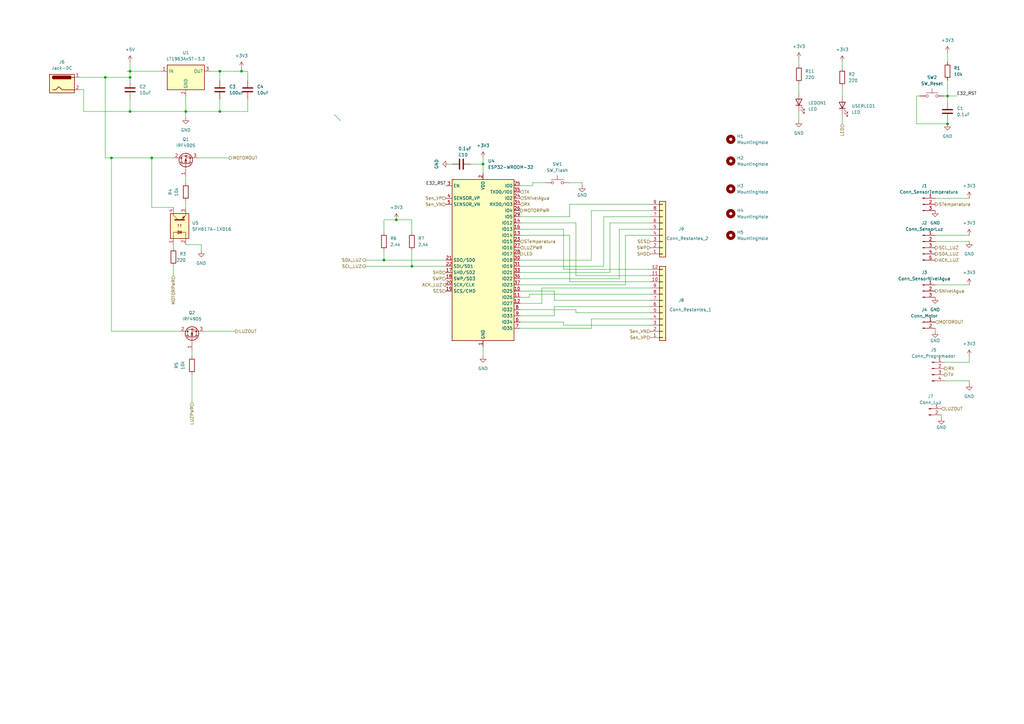
<source format=kicad_sch>
(kicad_sch (version 20211123) (generator eeschema)

  (uuid 9538e4ed-27e6-4c37-b989-9859dc0d49e8)

  (paper "A3")

  (lib_symbols
    (symbol "Connector:Conn_01x02_Male" (pin_names (offset 1.016) hide) (in_bom yes) (on_board yes)
      (property "Reference" "J" (id 0) (at 0 2.54 0)
        (effects (font (size 1.27 1.27)))
      )
      (property "Value" "Conn_01x02_Male" (id 1) (at 0 -5.08 0)
        (effects (font (size 1.27 1.27)))
      )
      (property "Footprint" "" (id 2) (at 0 0 0)
        (effects (font (size 1.27 1.27)) hide)
      )
      (property "Datasheet" "~" (id 3) (at 0 0 0)
        (effects (font (size 1.27 1.27)) hide)
      )
      (property "ki_keywords" "connector" (id 4) (at 0 0 0)
        (effects (font (size 1.27 1.27)) hide)
      )
      (property "ki_description" "Generic connector, single row, 01x02, script generated (kicad-library-utils/schlib/autogen/connector/)" (id 5) (at 0 0 0)
        (effects (font (size 1.27 1.27)) hide)
      )
      (property "ki_fp_filters" "Connector*:*_1x??_*" (id 6) (at 0 0 0)
        (effects (font (size 1.27 1.27)) hide)
      )
      (symbol "Conn_01x02_Male_1_1"
        (polyline
          (pts
            (xy 1.27 -2.54)
            (xy 0.8636 -2.54)
          )
          (stroke (width 0.1524) (type default) (color 0 0 0 0))
          (fill (type none))
        )
        (polyline
          (pts
            (xy 1.27 0)
            (xy 0.8636 0)
          )
          (stroke (width 0.1524) (type default) (color 0 0 0 0))
          (fill (type none))
        )
        (rectangle (start 0.8636 -2.413) (end 0 -2.667)
          (stroke (width 0.1524) (type default) (color 0 0 0 0))
          (fill (type outline))
        )
        (rectangle (start 0.8636 0.127) (end 0 -0.127)
          (stroke (width 0.1524) (type default) (color 0 0 0 0))
          (fill (type outline))
        )
        (pin passive line (at 5.08 0 180) (length 3.81)
          (name "Pin_1" (effects (font (size 1.27 1.27))))
          (number "1" (effects (font (size 1.27 1.27))))
        )
        (pin passive line (at 5.08 -2.54 180) (length 3.81)
          (name "Pin_2" (effects (font (size 1.27 1.27))))
          (number "2" (effects (font (size 1.27 1.27))))
        )
      )
    )
    (symbol "Connector:Conn_01x03_Male" (pin_names (offset 1.016) hide) (in_bom yes) (on_board yes)
      (property "Reference" "J" (id 0) (at 0 5.08 0)
        (effects (font (size 1.27 1.27)))
      )
      (property "Value" "Conn_01x03_Male" (id 1) (at 0 -5.08 0)
        (effects (font (size 1.27 1.27)))
      )
      (property "Footprint" "" (id 2) (at 0 0 0)
        (effects (font (size 1.27 1.27)) hide)
      )
      (property "Datasheet" "~" (id 3) (at 0 0 0)
        (effects (font (size 1.27 1.27)) hide)
      )
      (property "ki_keywords" "connector" (id 4) (at 0 0 0)
        (effects (font (size 1.27 1.27)) hide)
      )
      (property "ki_description" "Generic connector, single row, 01x03, script generated (kicad-library-utils/schlib/autogen/connector/)" (id 5) (at 0 0 0)
        (effects (font (size 1.27 1.27)) hide)
      )
      (property "ki_fp_filters" "Connector*:*_1x??_*" (id 6) (at 0 0 0)
        (effects (font (size 1.27 1.27)) hide)
      )
      (symbol "Conn_01x03_Male_1_1"
        (polyline
          (pts
            (xy 1.27 -2.54)
            (xy 0.8636 -2.54)
          )
          (stroke (width 0.1524) (type default) (color 0 0 0 0))
          (fill (type none))
        )
        (polyline
          (pts
            (xy 1.27 0)
            (xy 0.8636 0)
          )
          (stroke (width 0.1524) (type default) (color 0 0 0 0))
          (fill (type none))
        )
        (polyline
          (pts
            (xy 1.27 2.54)
            (xy 0.8636 2.54)
          )
          (stroke (width 0.1524) (type default) (color 0 0 0 0))
          (fill (type none))
        )
        (rectangle (start 0.8636 -2.413) (end 0 -2.667)
          (stroke (width 0.1524) (type default) (color 0 0 0 0))
          (fill (type outline))
        )
        (rectangle (start 0.8636 0.127) (end 0 -0.127)
          (stroke (width 0.1524) (type default) (color 0 0 0 0))
          (fill (type outline))
        )
        (rectangle (start 0.8636 2.667) (end 0 2.413)
          (stroke (width 0.1524) (type default) (color 0 0 0 0))
          (fill (type outline))
        )
        (pin passive line (at 5.08 2.54 180) (length 3.81)
          (name "Pin_1" (effects (font (size 1.27 1.27))))
          (number "1" (effects (font (size 1.27 1.27))))
        )
        (pin passive line (at 5.08 0 180) (length 3.81)
          (name "Pin_2" (effects (font (size 1.27 1.27))))
          (number "2" (effects (font (size 1.27 1.27))))
        )
        (pin passive line (at 5.08 -2.54 180) (length 3.81)
          (name "Pin_3" (effects (font (size 1.27 1.27))))
          (number "3" (effects (font (size 1.27 1.27))))
        )
      )
    )
    (symbol "Connector:Conn_01x04_Male" (pin_names (offset 1.016) hide) (in_bom yes) (on_board yes)
      (property "Reference" "J" (id 0) (at 0 5.08 0)
        (effects (font (size 1.27 1.27)))
      )
      (property "Value" "Conn_01x04_Male" (id 1) (at 0 -7.62 0)
        (effects (font (size 1.27 1.27)))
      )
      (property "Footprint" "" (id 2) (at 0 0 0)
        (effects (font (size 1.27 1.27)) hide)
      )
      (property "Datasheet" "~" (id 3) (at 0 0 0)
        (effects (font (size 1.27 1.27)) hide)
      )
      (property "ki_keywords" "connector" (id 4) (at 0 0 0)
        (effects (font (size 1.27 1.27)) hide)
      )
      (property "ki_description" "Generic connector, single row, 01x04, script generated (kicad-library-utils/schlib/autogen/connector/)" (id 5) (at 0 0 0)
        (effects (font (size 1.27 1.27)) hide)
      )
      (property "ki_fp_filters" "Connector*:*_1x??_*" (id 6) (at 0 0 0)
        (effects (font (size 1.27 1.27)) hide)
      )
      (symbol "Conn_01x04_Male_1_1"
        (polyline
          (pts
            (xy 1.27 -5.08)
            (xy 0.8636 -5.08)
          )
          (stroke (width 0.1524) (type default) (color 0 0 0 0))
          (fill (type none))
        )
        (polyline
          (pts
            (xy 1.27 -2.54)
            (xy 0.8636 -2.54)
          )
          (stroke (width 0.1524) (type default) (color 0 0 0 0))
          (fill (type none))
        )
        (polyline
          (pts
            (xy 1.27 0)
            (xy 0.8636 0)
          )
          (stroke (width 0.1524) (type default) (color 0 0 0 0))
          (fill (type none))
        )
        (polyline
          (pts
            (xy 1.27 2.54)
            (xy 0.8636 2.54)
          )
          (stroke (width 0.1524) (type default) (color 0 0 0 0))
          (fill (type none))
        )
        (rectangle (start 0.8636 -4.953) (end 0 -5.207)
          (stroke (width 0.1524) (type default) (color 0 0 0 0))
          (fill (type outline))
        )
        (rectangle (start 0.8636 -2.413) (end 0 -2.667)
          (stroke (width 0.1524) (type default) (color 0 0 0 0))
          (fill (type outline))
        )
        (rectangle (start 0.8636 0.127) (end 0 -0.127)
          (stroke (width 0.1524) (type default) (color 0 0 0 0))
          (fill (type outline))
        )
        (rectangle (start 0.8636 2.667) (end 0 2.413)
          (stroke (width 0.1524) (type default) (color 0 0 0 0))
          (fill (type outline))
        )
        (pin passive line (at 5.08 2.54 180) (length 3.81)
          (name "Pin_1" (effects (font (size 1.27 1.27))))
          (number "1" (effects (font (size 1.27 1.27))))
        )
        (pin passive line (at 5.08 0 180) (length 3.81)
          (name "Pin_2" (effects (font (size 1.27 1.27))))
          (number "2" (effects (font (size 1.27 1.27))))
        )
        (pin passive line (at 5.08 -2.54 180) (length 3.81)
          (name "Pin_3" (effects (font (size 1.27 1.27))))
          (number "3" (effects (font (size 1.27 1.27))))
        )
        (pin passive line (at 5.08 -5.08 180) (length 3.81)
          (name "Pin_4" (effects (font (size 1.27 1.27))))
          (number "4" (effects (font (size 1.27 1.27))))
        )
      )
    )
    (symbol "Connector:Conn_01x05_Male" (pin_names (offset 1.016) hide) (in_bom yes) (on_board yes)
      (property "Reference" "J" (id 0) (at 0 7.62 0)
        (effects (font (size 1.27 1.27)))
      )
      (property "Value" "Conn_01x05_Male" (id 1) (at 0 -7.62 0)
        (effects (font (size 1.27 1.27)))
      )
      (property "Footprint" "" (id 2) (at 0 0 0)
        (effects (font (size 1.27 1.27)) hide)
      )
      (property "Datasheet" "~" (id 3) (at 0 0 0)
        (effects (font (size 1.27 1.27)) hide)
      )
      (property "ki_keywords" "connector" (id 4) (at 0 0 0)
        (effects (font (size 1.27 1.27)) hide)
      )
      (property "ki_description" "Generic connector, single row, 01x05, script generated (kicad-library-utils/schlib/autogen/connector/)" (id 5) (at 0 0 0)
        (effects (font (size 1.27 1.27)) hide)
      )
      (property "ki_fp_filters" "Connector*:*_1x??_*" (id 6) (at 0 0 0)
        (effects (font (size 1.27 1.27)) hide)
      )
      (symbol "Conn_01x05_Male_1_1"
        (polyline
          (pts
            (xy 1.27 -5.08)
            (xy 0.8636 -5.08)
          )
          (stroke (width 0.1524) (type default) (color 0 0 0 0))
          (fill (type none))
        )
        (polyline
          (pts
            (xy 1.27 -2.54)
            (xy 0.8636 -2.54)
          )
          (stroke (width 0.1524) (type default) (color 0 0 0 0))
          (fill (type none))
        )
        (polyline
          (pts
            (xy 1.27 0)
            (xy 0.8636 0)
          )
          (stroke (width 0.1524) (type default) (color 0 0 0 0))
          (fill (type none))
        )
        (polyline
          (pts
            (xy 1.27 2.54)
            (xy 0.8636 2.54)
          )
          (stroke (width 0.1524) (type default) (color 0 0 0 0))
          (fill (type none))
        )
        (polyline
          (pts
            (xy 1.27 5.08)
            (xy 0.8636 5.08)
          )
          (stroke (width 0.1524) (type default) (color 0 0 0 0))
          (fill (type none))
        )
        (rectangle (start 0.8636 -4.953) (end 0 -5.207)
          (stroke (width 0.1524) (type default) (color 0 0 0 0))
          (fill (type outline))
        )
        (rectangle (start 0.8636 -2.413) (end 0 -2.667)
          (stroke (width 0.1524) (type default) (color 0 0 0 0))
          (fill (type outline))
        )
        (rectangle (start 0.8636 0.127) (end 0 -0.127)
          (stroke (width 0.1524) (type default) (color 0 0 0 0))
          (fill (type outline))
        )
        (rectangle (start 0.8636 2.667) (end 0 2.413)
          (stroke (width 0.1524) (type default) (color 0 0 0 0))
          (fill (type outline))
        )
        (rectangle (start 0.8636 5.207) (end 0 4.953)
          (stroke (width 0.1524) (type default) (color 0 0 0 0))
          (fill (type outline))
        )
        (pin passive line (at 5.08 5.08 180) (length 3.81)
          (name "Pin_1" (effects (font (size 1.27 1.27))))
          (number "1" (effects (font (size 1.27 1.27))))
        )
        (pin passive line (at 5.08 2.54 180) (length 3.81)
          (name "Pin_2" (effects (font (size 1.27 1.27))))
          (number "2" (effects (font (size 1.27 1.27))))
        )
        (pin passive line (at 5.08 0 180) (length 3.81)
          (name "Pin_3" (effects (font (size 1.27 1.27))))
          (number "3" (effects (font (size 1.27 1.27))))
        )
        (pin passive line (at 5.08 -2.54 180) (length 3.81)
          (name "Pin_4" (effects (font (size 1.27 1.27))))
          (number "4" (effects (font (size 1.27 1.27))))
        )
        (pin passive line (at 5.08 -5.08 180) (length 3.81)
          (name "Pin_5" (effects (font (size 1.27 1.27))))
          (number "5" (effects (font (size 1.27 1.27))))
        )
      )
    )
    (symbol "Connector:Jack-DC" (pin_names (offset 1.016)) (in_bom yes) (on_board yes)
      (property "Reference" "J" (id 0) (at 0 5.334 0)
        (effects (font (size 1.27 1.27)))
      )
      (property "Value" "Jack-DC" (id 1) (at 0 -5.08 0)
        (effects (font (size 1.27 1.27)))
      )
      (property "Footprint" "" (id 2) (at 1.27 -1.016 0)
        (effects (font (size 1.27 1.27)) hide)
      )
      (property "Datasheet" "~" (id 3) (at 1.27 -1.016 0)
        (effects (font (size 1.27 1.27)) hide)
      )
      (property "ki_keywords" "DC power barrel jack connector" (id 4) (at 0 0 0)
        (effects (font (size 1.27 1.27)) hide)
      )
      (property "ki_description" "DC Barrel Jack" (id 5) (at 0 0 0)
        (effects (font (size 1.27 1.27)) hide)
      )
      (property "ki_fp_filters" "BarrelJack*" (id 6) (at 0 0 0)
        (effects (font (size 1.27 1.27)) hide)
      )
      (symbol "Jack-DC_0_1"
        (rectangle (start -5.08 3.81) (end 5.08 -3.81)
          (stroke (width 0.254) (type default) (color 0 0 0 0))
          (fill (type background))
        )
        (arc (start -3.302 3.175) (mid -3.937 2.54) (end -3.302 1.905)
          (stroke (width 0.254) (type default) (color 0 0 0 0))
          (fill (type none))
        )
        (arc (start -3.302 3.175) (mid -3.937 2.54) (end -3.302 1.905)
          (stroke (width 0.254) (type default) (color 0 0 0 0))
          (fill (type outline))
        )
        (polyline
          (pts
            (xy 5.08 2.54)
            (xy 3.81 2.54)
          )
          (stroke (width 0.254) (type default) (color 0 0 0 0))
          (fill (type none))
        )
        (polyline
          (pts
            (xy -3.81 -2.54)
            (xy -2.54 -2.54)
            (xy -1.27 -1.27)
            (xy 0 -2.54)
            (xy 2.54 -2.54)
            (xy 5.08 -2.54)
          )
          (stroke (width 0.254) (type default) (color 0 0 0 0))
          (fill (type none))
        )
        (rectangle (start 3.683 3.175) (end -3.302 1.905)
          (stroke (width 0.254) (type default) (color 0 0 0 0))
          (fill (type outline))
        )
      )
      (symbol "Jack-DC_1_1"
        (pin passive line (at 7.62 2.54 180) (length 2.54)
          (name "~" (effects (font (size 1.27 1.27))))
          (number "1" (effects (font (size 1.27 1.27))))
        )
        (pin passive line (at 7.62 -2.54 180) (length 2.54)
          (name "~" (effects (font (size 1.27 1.27))))
          (number "2" (effects (font (size 1.27 1.27))))
        )
      )
    )
    (symbol "Connector_Generic:Conn_01x09" (pin_names (offset 1.016) hide) (in_bom yes) (on_board yes)
      (property "Reference" "J" (id 0) (at 0 12.7 0)
        (effects (font (size 1.27 1.27)))
      )
      (property "Value" "Conn_01x09" (id 1) (at 0 -12.7 0)
        (effects (font (size 1.27 1.27)))
      )
      (property "Footprint" "" (id 2) (at 0 0 0)
        (effects (font (size 1.27 1.27)) hide)
      )
      (property "Datasheet" "~" (id 3) (at 0 0 0)
        (effects (font (size 1.27 1.27)) hide)
      )
      (property "ki_keywords" "connector" (id 4) (at 0 0 0)
        (effects (font (size 1.27 1.27)) hide)
      )
      (property "ki_description" "Generic connector, single row, 01x09, script generated (kicad-library-utils/schlib/autogen/connector/)" (id 5) (at 0 0 0)
        (effects (font (size 1.27 1.27)) hide)
      )
      (property "ki_fp_filters" "Connector*:*_1x??_*" (id 6) (at 0 0 0)
        (effects (font (size 1.27 1.27)) hide)
      )
      (symbol "Conn_01x09_1_1"
        (rectangle (start -1.27 -10.033) (end 0 -10.287)
          (stroke (width 0.1524) (type default) (color 0 0 0 0))
          (fill (type none))
        )
        (rectangle (start -1.27 -7.493) (end 0 -7.747)
          (stroke (width 0.1524) (type default) (color 0 0 0 0))
          (fill (type none))
        )
        (rectangle (start -1.27 -4.953) (end 0 -5.207)
          (stroke (width 0.1524) (type default) (color 0 0 0 0))
          (fill (type none))
        )
        (rectangle (start -1.27 -2.413) (end 0 -2.667)
          (stroke (width 0.1524) (type default) (color 0 0 0 0))
          (fill (type none))
        )
        (rectangle (start -1.27 0.127) (end 0 -0.127)
          (stroke (width 0.1524) (type default) (color 0 0 0 0))
          (fill (type none))
        )
        (rectangle (start -1.27 2.667) (end 0 2.413)
          (stroke (width 0.1524) (type default) (color 0 0 0 0))
          (fill (type none))
        )
        (rectangle (start -1.27 5.207) (end 0 4.953)
          (stroke (width 0.1524) (type default) (color 0 0 0 0))
          (fill (type none))
        )
        (rectangle (start -1.27 7.747) (end 0 7.493)
          (stroke (width 0.1524) (type default) (color 0 0 0 0))
          (fill (type none))
        )
        (rectangle (start -1.27 10.287) (end 0 10.033)
          (stroke (width 0.1524) (type default) (color 0 0 0 0))
          (fill (type none))
        )
        (rectangle (start -1.27 11.43) (end 1.27 -11.43)
          (stroke (width 0.254) (type default) (color 0 0 0 0))
          (fill (type background))
        )
        (pin passive line (at -5.08 10.16 0) (length 3.81)
          (name "Pin_1" (effects (font (size 1.27 1.27))))
          (number "1" (effects (font (size 1.27 1.27))))
        )
        (pin passive line (at -5.08 7.62 0) (length 3.81)
          (name "Pin_2" (effects (font (size 1.27 1.27))))
          (number "2" (effects (font (size 1.27 1.27))))
        )
        (pin passive line (at -5.08 5.08 0) (length 3.81)
          (name "Pin_3" (effects (font (size 1.27 1.27))))
          (number "3" (effects (font (size 1.27 1.27))))
        )
        (pin passive line (at -5.08 2.54 0) (length 3.81)
          (name "Pin_4" (effects (font (size 1.27 1.27))))
          (number "4" (effects (font (size 1.27 1.27))))
        )
        (pin passive line (at -5.08 0 0) (length 3.81)
          (name "Pin_5" (effects (font (size 1.27 1.27))))
          (number "5" (effects (font (size 1.27 1.27))))
        )
        (pin passive line (at -5.08 -2.54 0) (length 3.81)
          (name "Pin_6" (effects (font (size 1.27 1.27))))
          (number "6" (effects (font (size 1.27 1.27))))
        )
        (pin passive line (at -5.08 -5.08 0) (length 3.81)
          (name "Pin_7" (effects (font (size 1.27 1.27))))
          (number "7" (effects (font (size 1.27 1.27))))
        )
        (pin passive line (at -5.08 -7.62 0) (length 3.81)
          (name "Pin_8" (effects (font (size 1.27 1.27))))
          (number "8" (effects (font (size 1.27 1.27))))
        )
        (pin passive line (at -5.08 -10.16 0) (length 3.81)
          (name "Pin_9" (effects (font (size 1.27 1.27))))
          (number "9" (effects (font (size 1.27 1.27))))
        )
      )
    )
    (symbol "Connector_Generic:Conn_01x12" (pin_names (offset 1.016) hide) (in_bom yes) (on_board yes)
      (property "Reference" "J" (id 0) (at 0 15.24 0)
        (effects (font (size 1.27 1.27)))
      )
      (property "Value" "Conn_01x12" (id 1) (at 0 -17.78 0)
        (effects (font (size 1.27 1.27)))
      )
      (property "Footprint" "" (id 2) (at 0 0 0)
        (effects (font (size 1.27 1.27)) hide)
      )
      (property "Datasheet" "~" (id 3) (at 0 0 0)
        (effects (font (size 1.27 1.27)) hide)
      )
      (property "ki_keywords" "connector" (id 4) (at 0 0 0)
        (effects (font (size 1.27 1.27)) hide)
      )
      (property "ki_description" "Generic connector, single row, 01x12, script generated (kicad-library-utils/schlib/autogen/connector/)" (id 5) (at 0 0 0)
        (effects (font (size 1.27 1.27)) hide)
      )
      (property "ki_fp_filters" "Connector*:*_1x??_*" (id 6) (at 0 0 0)
        (effects (font (size 1.27 1.27)) hide)
      )
      (symbol "Conn_01x12_1_1"
        (rectangle (start -1.27 -15.113) (end 0 -15.367)
          (stroke (width 0.1524) (type default) (color 0 0 0 0))
          (fill (type none))
        )
        (rectangle (start -1.27 -12.573) (end 0 -12.827)
          (stroke (width 0.1524) (type default) (color 0 0 0 0))
          (fill (type none))
        )
        (rectangle (start -1.27 -10.033) (end 0 -10.287)
          (stroke (width 0.1524) (type default) (color 0 0 0 0))
          (fill (type none))
        )
        (rectangle (start -1.27 -7.493) (end 0 -7.747)
          (stroke (width 0.1524) (type default) (color 0 0 0 0))
          (fill (type none))
        )
        (rectangle (start -1.27 -4.953) (end 0 -5.207)
          (stroke (width 0.1524) (type default) (color 0 0 0 0))
          (fill (type none))
        )
        (rectangle (start -1.27 -2.413) (end 0 -2.667)
          (stroke (width 0.1524) (type default) (color 0 0 0 0))
          (fill (type none))
        )
        (rectangle (start -1.27 0.127) (end 0 -0.127)
          (stroke (width 0.1524) (type default) (color 0 0 0 0))
          (fill (type none))
        )
        (rectangle (start -1.27 2.667) (end 0 2.413)
          (stroke (width 0.1524) (type default) (color 0 0 0 0))
          (fill (type none))
        )
        (rectangle (start -1.27 5.207) (end 0 4.953)
          (stroke (width 0.1524) (type default) (color 0 0 0 0))
          (fill (type none))
        )
        (rectangle (start -1.27 7.747) (end 0 7.493)
          (stroke (width 0.1524) (type default) (color 0 0 0 0))
          (fill (type none))
        )
        (rectangle (start -1.27 10.287) (end 0 10.033)
          (stroke (width 0.1524) (type default) (color 0 0 0 0))
          (fill (type none))
        )
        (rectangle (start -1.27 12.827) (end 0 12.573)
          (stroke (width 0.1524) (type default) (color 0 0 0 0))
          (fill (type none))
        )
        (rectangle (start -1.27 13.97) (end 1.27 -16.51)
          (stroke (width 0.254) (type default) (color 0 0 0 0))
          (fill (type background))
        )
        (pin passive line (at -5.08 12.7 0) (length 3.81)
          (name "Pin_1" (effects (font (size 1.27 1.27))))
          (number "1" (effects (font (size 1.27 1.27))))
        )
        (pin passive line (at -5.08 -10.16 0) (length 3.81)
          (name "Pin_10" (effects (font (size 1.27 1.27))))
          (number "10" (effects (font (size 1.27 1.27))))
        )
        (pin passive line (at -5.08 -12.7 0) (length 3.81)
          (name "Pin_11" (effects (font (size 1.27 1.27))))
          (number "11" (effects (font (size 1.27 1.27))))
        )
        (pin passive line (at -5.08 -15.24 0) (length 3.81)
          (name "Pin_12" (effects (font (size 1.27 1.27))))
          (number "12" (effects (font (size 1.27 1.27))))
        )
        (pin passive line (at -5.08 10.16 0) (length 3.81)
          (name "Pin_2" (effects (font (size 1.27 1.27))))
          (number "2" (effects (font (size 1.27 1.27))))
        )
        (pin passive line (at -5.08 7.62 0) (length 3.81)
          (name "Pin_3" (effects (font (size 1.27 1.27))))
          (number "3" (effects (font (size 1.27 1.27))))
        )
        (pin passive line (at -5.08 5.08 0) (length 3.81)
          (name "Pin_4" (effects (font (size 1.27 1.27))))
          (number "4" (effects (font (size 1.27 1.27))))
        )
        (pin passive line (at -5.08 2.54 0) (length 3.81)
          (name "Pin_5" (effects (font (size 1.27 1.27))))
          (number "5" (effects (font (size 1.27 1.27))))
        )
        (pin passive line (at -5.08 0 0) (length 3.81)
          (name "Pin_6" (effects (font (size 1.27 1.27))))
          (number "6" (effects (font (size 1.27 1.27))))
        )
        (pin passive line (at -5.08 -2.54 0) (length 3.81)
          (name "Pin_7" (effects (font (size 1.27 1.27))))
          (number "7" (effects (font (size 1.27 1.27))))
        )
        (pin passive line (at -5.08 -5.08 0) (length 3.81)
          (name "Pin_8" (effects (font (size 1.27 1.27))))
          (number "8" (effects (font (size 1.27 1.27))))
        )
        (pin passive line (at -5.08 -7.62 0) (length 3.81)
          (name "Pin_9" (effects (font (size 1.27 1.27))))
          (number "9" (effects (font (size 1.27 1.27))))
        )
      )
    )
    (symbol "Device:C" (pin_numbers hide) (pin_names (offset 0.254)) (in_bom yes) (on_board yes)
      (property "Reference" "C" (id 0) (at 0.635 2.54 0)
        (effects (font (size 1.27 1.27)) (justify left))
      )
      (property "Value" "C" (id 1) (at 0.635 -2.54 0)
        (effects (font (size 1.27 1.27)) (justify left))
      )
      (property "Footprint" "" (id 2) (at 0.9652 -3.81 0)
        (effects (font (size 1.27 1.27)) hide)
      )
      (property "Datasheet" "~" (id 3) (at 0 0 0)
        (effects (font (size 1.27 1.27)) hide)
      )
      (property "ki_keywords" "cap capacitor" (id 4) (at 0 0 0)
        (effects (font (size 1.27 1.27)) hide)
      )
      (property "ki_description" "Unpolarized capacitor" (id 5) (at 0 0 0)
        (effects (font (size 1.27 1.27)) hide)
      )
      (property "ki_fp_filters" "C_*" (id 6) (at 0 0 0)
        (effects (font (size 1.27 1.27)) hide)
      )
      (symbol "C_0_1"
        (polyline
          (pts
            (xy -2.032 -0.762)
            (xy 2.032 -0.762)
          )
          (stroke (width 0.508) (type default) (color 0 0 0 0))
          (fill (type none))
        )
        (polyline
          (pts
            (xy -2.032 0.762)
            (xy 2.032 0.762)
          )
          (stroke (width 0.508) (type default) (color 0 0 0 0))
          (fill (type none))
        )
      )
      (symbol "C_1_1"
        (pin passive line (at 0 3.81 270) (length 2.794)
          (name "~" (effects (font (size 1.27 1.27))))
          (number "1" (effects (font (size 1.27 1.27))))
        )
        (pin passive line (at 0 -3.81 90) (length 2.794)
          (name "~" (effects (font (size 1.27 1.27))))
          (number "2" (effects (font (size 1.27 1.27))))
        )
      )
    )
    (symbol "Device:LED" (pin_numbers hide) (pin_names (offset 1.016) hide) (in_bom yes) (on_board yes)
      (property "Reference" "D" (id 0) (at 0 2.54 0)
        (effects (font (size 1.27 1.27)))
      )
      (property "Value" "LED" (id 1) (at 0 -2.54 0)
        (effects (font (size 1.27 1.27)))
      )
      (property "Footprint" "" (id 2) (at 0 0 0)
        (effects (font (size 1.27 1.27)) hide)
      )
      (property "Datasheet" "~" (id 3) (at 0 0 0)
        (effects (font (size 1.27 1.27)) hide)
      )
      (property "ki_keywords" "LED diode" (id 4) (at 0 0 0)
        (effects (font (size 1.27 1.27)) hide)
      )
      (property "ki_description" "Light emitting diode" (id 5) (at 0 0 0)
        (effects (font (size 1.27 1.27)) hide)
      )
      (property "ki_fp_filters" "LED* LED_SMD:* LED_THT:*" (id 6) (at 0 0 0)
        (effects (font (size 1.27 1.27)) hide)
      )
      (symbol "LED_0_1"
        (polyline
          (pts
            (xy -1.27 -1.27)
            (xy -1.27 1.27)
          )
          (stroke (width 0.254) (type default) (color 0 0 0 0))
          (fill (type none))
        )
        (polyline
          (pts
            (xy -1.27 0)
            (xy 1.27 0)
          )
          (stroke (width 0) (type default) (color 0 0 0 0))
          (fill (type none))
        )
        (polyline
          (pts
            (xy 1.27 -1.27)
            (xy 1.27 1.27)
            (xy -1.27 0)
            (xy 1.27 -1.27)
          )
          (stroke (width 0.254) (type default) (color 0 0 0 0))
          (fill (type none))
        )
        (polyline
          (pts
            (xy -3.048 -0.762)
            (xy -4.572 -2.286)
            (xy -3.81 -2.286)
            (xy -4.572 -2.286)
            (xy -4.572 -1.524)
          )
          (stroke (width 0) (type default) (color 0 0 0 0))
          (fill (type none))
        )
        (polyline
          (pts
            (xy -1.778 -0.762)
            (xy -3.302 -2.286)
            (xy -2.54 -2.286)
            (xy -3.302 -2.286)
            (xy -3.302 -1.524)
          )
          (stroke (width 0) (type default) (color 0 0 0 0))
          (fill (type none))
        )
      )
      (symbol "LED_1_1"
        (pin passive line (at -3.81 0 0) (length 2.54)
          (name "K" (effects (font (size 1.27 1.27))))
          (number "1" (effects (font (size 1.27 1.27))))
        )
        (pin passive line (at 3.81 0 180) (length 2.54)
          (name "A" (effects (font (size 1.27 1.27))))
          (number "2" (effects (font (size 1.27 1.27))))
        )
      )
    )
    (symbol "Device:R" (pin_numbers hide) (pin_names (offset 0)) (in_bom yes) (on_board yes)
      (property "Reference" "R" (id 0) (at 2.032 0 90)
        (effects (font (size 1.27 1.27)))
      )
      (property "Value" "R" (id 1) (at 0 0 90)
        (effects (font (size 1.27 1.27)))
      )
      (property "Footprint" "" (id 2) (at -1.778 0 90)
        (effects (font (size 1.27 1.27)) hide)
      )
      (property "Datasheet" "~" (id 3) (at 0 0 0)
        (effects (font (size 1.27 1.27)) hide)
      )
      (property "ki_keywords" "R res resistor" (id 4) (at 0 0 0)
        (effects (font (size 1.27 1.27)) hide)
      )
      (property "ki_description" "Resistor" (id 5) (at 0 0 0)
        (effects (font (size 1.27 1.27)) hide)
      )
      (property "ki_fp_filters" "R_*" (id 6) (at 0 0 0)
        (effects (font (size 1.27 1.27)) hide)
      )
      (symbol "R_0_1"
        (rectangle (start -1.016 -2.54) (end 1.016 2.54)
          (stroke (width 0.254) (type default) (color 0 0 0 0))
          (fill (type none))
        )
      )
      (symbol "R_1_1"
        (pin passive line (at 0 3.81 270) (length 1.27)
          (name "~" (effects (font (size 1.27 1.27))))
          (number "1" (effects (font (size 1.27 1.27))))
        )
        (pin passive line (at 0 -3.81 90) (length 1.27)
          (name "~" (effects (font (size 1.27 1.27))))
          (number "2" (effects (font (size 1.27 1.27))))
        )
      )
    )
    (symbol "Isolator:SFH617A-1X016" (pin_names (offset 1.016)) (in_bom yes) (on_board yes)
      (property "Reference" "U" (id 0) (at -5.08 5.08 0)
        (effects (font (size 1.27 1.27)) (justify left))
      )
      (property "Value" "SFH617A-1X016" (id 1) (at 0 5.08 0)
        (effects (font (size 1.27 1.27)) (justify left))
      )
      (property "Footprint" "Package_DIP:DIP-4_W10.16mm" (id 2) (at -5.08 -5.08 0)
        (effects (font (size 1.27 1.27) italic) (justify left) hide)
      )
      (property "Datasheet" "http://www.vishay.com/docs/83740/sfh617a.pdf" (id 3) (at 0 0 0)
        (effects (font (size 1.27 1.27)) (justify left) hide)
      )
      (property "ki_keywords" "Optocoupler, Phototransistor Output, 5300 VRMS, VCEO 70V, CTR% 40-80" (id 4) (at 0 0 0)
        (effects (font (size 1.27 1.27)) hide)
      )
      (property "ki_description" "Optocoupler, Phototransistor Output, 5300 VRMS, VCEO 70V, CTR% 40-80, -55 to +110 degree Celcius, VDE, UL, BSI, FIMKO, cUL, wide THT PDIP-4" (id 5) (at 0 0 0)
        (effects (font (size 1.27 1.27)) hide)
      )
      (property "ki_fp_filters" "DIP*W10.16mm*" (id 6) (at 0 0 0)
        (effects (font (size 1.27 1.27)) hide)
      )
      (symbol "SFH617A-1X016_0_1"
        (rectangle (start -5.08 3.81) (end 5.08 -3.81)
          (stroke (width 0.254) (type default) (color 0 0 0 0))
          (fill (type background))
        )
        (polyline
          (pts
            (xy -3.175 -0.635)
            (xy -1.905 -0.635)
          )
          (stroke (width 0.254) (type default) (color 0 0 0 0))
          (fill (type none))
        )
        (polyline
          (pts
            (xy 2.54 0.635)
            (xy 4.445 2.54)
          )
          (stroke (width 0) (type default) (color 0 0 0 0))
          (fill (type none))
        )
        (polyline
          (pts
            (xy 4.445 -2.54)
            (xy 2.54 -0.635)
          )
          (stroke (width 0) (type default) (color 0 0 0 0))
          (fill (type outline))
        )
        (polyline
          (pts
            (xy 4.445 -2.54)
            (xy 5.08 -2.54)
          )
          (stroke (width 0) (type default) (color 0 0 0 0))
          (fill (type none))
        )
        (polyline
          (pts
            (xy 4.445 2.54)
            (xy 5.08 2.54)
          )
          (stroke (width 0) (type default) (color 0 0 0 0))
          (fill (type none))
        )
        (polyline
          (pts
            (xy -2.54 -0.635)
            (xy -2.54 -2.54)
            (xy -5.08 -2.54)
          )
          (stroke (width 0) (type default) (color 0 0 0 0))
          (fill (type none))
        )
        (polyline
          (pts
            (xy 2.54 1.905)
            (xy 2.54 -1.905)
            (xy 2.54 -1.905)
          )
          (stroke (width 0.508) (type default) (color 0 0 0 0))
          (fill (type none))
        )
        (polyline
          (pts
            (xy -5.08 2.54)
            (xy -2.54 2.54)
            (xy -2.54 -1.27)
            (xy -2.54 0.635)
          )
          (stroke (width 0) (type default) (color 0 0 0 0))
          (fill (type none))
        )
        (polyline
          (pts
            (xy -2.54 -0.635)
            (xy -3.175 0.635)
            (xy -1.905 0.635)
            (xy -2.54 -0.635)
          )
          (stroke (width 0.254) (type default) (color 0 0 0 0))
          (fill (type none))
        )
        (polyline
          (pts
            (xy -0.508 -0.508)
            (xy 0.762 -0.508)
            (xy 0.381 -0.635)
            (xy 0.381 -0.381)
            (xy 0.762 -0.508)
          )
          (stroke (width 0) (type default) (color 0 0 0 0))
          (fill (type none))
        )
        (polyline
          (pts
            (xy -0.508 0.508)
            (xy 0.762 0.508)
            (xy 0.381 0.381)
            (xy 0.381 0.635)
            (xy 0.762 0.508)
          )
          (stroke (width 0) (type default) (color 0 0 0 0))
          (fill (type none))
        )
        (polyline
          (pts
            (xy 3.048 -1.651)
            (xy 3.556 -1.143)
            (xy 4.064 -2.159)
            (xy 3.048 -1.651)
            (xy 3.048 -1.651)
          )
          (stroke (width 0) (type default) (color 0 0 0 0))
          (fill (type outline))
        )
      )
      (symbol "SFH617A-1X016_1_1"
        (pin passive line (at -7.62 2.54 0) (length 2.54)
          (name "~" (effects (font (size 1.27 1.27))))
          (number "1" (effects (font (size 1.27 1.27))))
        )
        (pin passive line (at -7.62 -2.54 0) (length 2.54)
          (name "~" (effects (font (size 1.27 1.27))))
          (number "2" (effects (font (size 1.27 1.27))))
        )
        (pin passive line (at 7.62 -2.54 180) (length 2.54)
          (name "~" (effects (font (size 1.27 1.27))))
          (number "3" (effects (font (size 1.27 1.27))))
        )
        (pin passive line (at 7.62 2.54 180) (length 2.54)
          (name "~" (effects (font (size 1.27 1.27))))
          (number "4" (effects (font (size 1.27 1.27))))
        )
      )
    )
    (symbol "Mechanical:MountingHole" (pin_names (offset 1.016)) (in_bom yes) (on_board yes)
      (property "Reference" "H" (id 0) (at 0 5.08 0)
        (effects (font (size 1.27 1.27)))
      )
      (property "Value" "MountingHole" (id 1) (at 0 3.175 0)
        (effects (font (size 1.27 1.27)))
      )
      (property "Footprint" "" (id 2) (at 0 0 0)
        (effects (font (size 1.27 1.27)) hide)
      )
      (property "Datasheet" "~" (id 3) (at 0 0 0)
        (effects (font (size 1.27 1.27)) hide)
      )
      (property "ki_keywords" "mounting hole" (id 4) (at 0 0 0)
        (effects (font (size 1.27 1.27)) hide)
      )
      (property "ki_description" "Mounting Hole without connection" (id 5) (at 0 0 0)
        (effects (font (size 1.27 1.27)) hide)
      )
      (property "ki_fp_filters" "MountingHole*" (id 6) (at 0 0 0)
        (effects (font (size 1.27 1.27)) hide)
      )
      (symbol "MountingHole_0_1"
        (circle (center 0 0) (radius 1.27)
          (stroke (width 1.27) (type default) (color 0 0 0 0))
          (fill (type none))
        )
      )
    )
    (symbol "RF_Module:ESP32-WROOM-32" (in_bom yes) (on_board yes)
      (property "Reference" "U" (id 0) (at -12.7 34.29 0)
        (effects (font (size 1.27 1.27)) (justify left))
      )
      (property "Value" "ESP32-WROOM-32" (id 1) (at 1.27 34.29 0)
        (effects (font (size 1.27 1.27)) (justify left))
      )
      (property "Footprint" "RF_Module:ESP32-WROOM-32" (id 2) (at 0 -38.1 0)
        (effects (font (size 1.27 1.27)) hide)
      )
      (property "Datasheet" "https://www.espressif.com/sites/default/files/documentation/esp32-wroom-32_datasheet_en.pdf" (id 3) (at -7.62 1.27 0)
        (effects (font (size 1.27 1.27)) hide)
      )
      (property "ki_keywords" "RF Radio BT ESP ESP32 Espressif onboard PCB antenna" (id 4) (at 0 0 0)
        (effects (font (size 1.27 1.27)) hide)
      )
      (property "ki_description" "RF Module, ESP32-D0WDQ6 SoC, Wi-Fi 802.11b/g/n, Bluetooth, BLE, 32-bit, 2.7-3.6V, onboard antenna, SMD" (id 5) (at 0 0 0)
        (effects (font (size 1.27 1.27)) hide)
      )
      (property "ki_fp_filters" "ESP32?WROOM?32*" (id 6) (at 0 0 0)
        (effects (font (size 1.27 1.27)) hide)
      )
      (symbol "ESP32-WROOM-32_0_1"
        (rectangle (start -12.7 33.02) (end 12.7 -33.02)
          (stroke (width 0.254) (type default) (color 0 0 0 0))
          (fill (type background))
        )
      )
      (symbol "ESP32-WROOM-32_1_1"
        (pin power_in line (at 0 -35.56 90) (length 2.54)
          (name "GND" (effects (font (size 1.27 1.27))))
          (number "1" (effects (font (size 1.27 1.27))))
        )
        (pin bidirectional line (at 15.24 -12.7 180) (length 2.54)
          (name "IO25" (effects (font (size 1.27 1.27))))
          (number "10" (effects (font (size 1.27 1.27))))
        )
        (pin bidirectional line (at 15.24 -15.24 180) (length 2.54)
          (name "IO26" (effects (font (size 1.27 1.27))))
          (number "11" (effects (font (size 1.27 1.27))))
        )
        (pin bidirectional line (at 15.24 -17.78 180) (length 2.54)
          (name "IO27" (effects (font (size 1.27 1.27))))
          (number "12" (effects (font (size 1.27 1.27))))
        )
        (pin bidirectional line (at 15.24 10.16 180) (length 2.54)
          (name "IO14" (effects (font (size 1.27 1.27))))
          (number "13" (effects (font (size 1.27 1.27))))
        )
        (pin bidirectional line (at 15.24 15.24 180) (length 2.54)
          (name "IO12" (effects (font (size 1.27 1.27))))
          (number "14" (effects (font (size 1.27 1.27))))
        )
        (pin passive line (at 0 -35.56 90) (length 2.54) hide
          (name "GND" (effects (font (size 1.27 1.27))))
          (number "15" (effects (font (size 1.27 1.27))))
        )
        (pin bidirectional line (at 15.24 12.7 180) (length 2.54)
          (name "IO13" (effects (font (size 1.27 1.27))))
          (number "16" (effects (font (size 1.27 1.27))))
        )
        (pin bidirectional line (at -15.24 -5.08 0) (length 2.54)
          (name "SHD/SD2" (effects (font (size 1.27 1.27))))
          (number "17" (effects (font (size 1.27 1.27))))
        )
        (pin bidirectional line (at -15.24 -7.62 0) (length 2.54)
          (name "SWP/SD3" (effects (font (size 1.27 1.27))))
          (number "18" (effects (font (size 1.27 1.27))))
        )
        (pin bidirectional line (at -15.24 -12.7 0) (length 2.54)
          (name "SCS/CMD" (effects (font (size 1.27 1.27))))
          (number "19" (effects (font (size 1.27 1.27))))
        )
        (pin power_in line (at 0 35.56 270) (length 2.54)
          (name "VDD" (effects (font (size 1.27 1.27))))
          (number "2" (effects (font (size 1.27 1.27))))
        )
        (pin bidirectional line (at -15.24 -10.16 0) (length 2.54)
          (name "SCK/CLK" (effects (font (size 1.27 1.27))))
          (number "20" (effects (font (size 1.27 1.27))))
        )
        (pin bidirectional line (at -15.24 0 0) (length 2.54)
          (name "SDO/SD0" (effects (font (size 1.27 1.27))))
          (number "21" (effects (font (size 1.27 1.27))))
        )
        (pin bidirectional line (at -15.24 -2.54 0) (length 2.54)
          (name "SDI/SD1" (effects (font (size 1.27 1.27))))
          (number "22" (effects (font (size 1.27 1.27))))
        )
        (pin bidirectional line (at 15.24 7.62 180) (length 2.54)
          (name "IO15" (effects (font (size 1.27 1.27))))
          (number "23" (effects (font (size 1.27 1.27))))
        )
        (pin bidirectional line (at 15.24 25.4 180) (length 2.54)
          (name "IO2" (effects (font (size 1.27 1.27))))
          (number "24" (effects (font (size 1.27 1.27))))
        )
        (pin bidirectional line (at 15.24 30.48 180) (length 2.54)
          (name "IO0" (effects (font (size 1.27 1.27))))
          (number "25" (effects (font (size 1.27 1.27))))
        )
        (pin bidirectional line (at 15.24 20.32 180) (length 2.54)
          (name "IO4" (effects (font (size 1.27 1.27))))
          (number "26" (effects (font (size 1.27 1.27))))
        )
        (pin bidirectional line (at 15.24 5.08 180) (length 2.54)
          (name "IO16" (effects (font (size 1.27 1.27))))
          (number "27" (effects (font (size 1.27 1.27))))
        )
        (pin bidirectional line (at 15.24 2.54 180) (length 2.54)
          (name "IO17" (effects (font (size 1.27 1.27))))
          (number "28" (effects (font (size 1.27 1.27))))
        )
        (pin bidirectional line (at 15.24 17.78 180) (length 2.54)
          (name "IO5" (effects (font (size 1.27 1.27))))
          (number "29" (effects (font (size 1.27 1.27))))
        )
        (pin input line (at -15.24 30.48 0) (length 2.54)
          (name "EN" (effects (font (size 1.27 1.27))))
          (number "3" (effects (font (size 1.27 1.27))))
        )
        (pin bidirectional line (at 15.24 0 180) (length 2.54)
          (name "IO18" (effects (font (size 1.27 1.27))))
          (number "30" (effects (font (size 1.27 1.27))))
        )
        (pin bidirectional line (at 15.24 -2.54 180) (length 2.54)
          (name "IO19" (effects (font (size 1.27 1.27))))
          (number "31" (effects (font (size 1.27 1.27))))
        )
        (pin no_connect line (at -12.7 -27.94 0) (length 2.54) hide
          (name "NC" (effects (font (size 1.27 1.27))))
          (number "32" (effects (font (size 1.27 1.27))))
        )
        (pin bidirectional line (at 15.24 -5.08 180) (length 2.54)
          (name "IO21" (effects (font (size 1.27 1.27))))
          (number "33" (effects (font (size 1.27 1.27))))
        )
        (pin bidirectional line (at 15.24 22.86 180) (length 2.54)
          (name "RXD0/IO3" (effects (font (size 1.27 1.27))))
          (number "34" (effects (font (size 1.27 1.27))))
        )
        (pin bidirectional line (at 15.24 27.94 180) (length 2.54)
          (name "TXD0/IO1" (effects (font (size 1.27 1.27))))
          (number "35" (effects (font (size 1.27 1.27))))
        )
        (pin bidirectional line (at 15.24 -7.62 180) (length 2.54)
          (name "IO22" (effects (font (size 1.27 1.27))))
          (number "36" (effects (font (size 1.27 1.27))))
        )
        (pin bidirectional line (at 15.24 -10.16 180) (length 2.54)
          (name "IO23" (effects (font (size 1.27 1.27))))
          (number "37" (effects (font (size 1.27 1.27))))
        )
        (pin passive line (at 0 -35.56 90) (length 2.54) hide
          (name "GND" (effects (font (size 1.27 1.27))))
          (number "38" (effects (font (size 1.27 1.27))))
        )
        (pin passive line (at 0 -35.56 90) (length 2.54) hide
          (name "GND" (effects (font (size 1.27 1.27))))
          (number "39" (effects (font (size 1.27 1.27))))
        )
        (pin input line (at -15.24 25.4 0) (length 2.54)
          (name "SENSOR_VP" (effects (font (size 1.27 1.27))))
          (number "4" (effects (font (size 1.27 1.27))))
        )
        (pin input line (at -15.24 22.86 0) (length 2.54)
          (name "SENSOR_VN" (effects (font (size 1.27 1.27))))
          (number "5" (effects (font (size 1.27 1.27))))
        )
        (pin input line (at 15.24 -25.4 180) (length 2.54)
          (name "IO34" (effects (font (size 1.27 1.27))))
          (number "6" (effects (font (size 1.27 1.27))))
        )
        (pin input line (at 15.24 -27.94 180) (length 2.54)
          (name "IO35" (effects (font (size 1.27 1.27))))
          (number "7" (effects (font (size 1.27 1.27))))
        )
        (pin bidirectional line (at 15.24 -20.32 180) (length 2.54)
          (name "IO32" (effects (font (size 1.27 1.27))))
          (number "8" (effects (font (size 1.27 1.27))))
        )
        (pin bidirectional line (at 15.24 -22.86 180) (length 2.54)
          (name "IO33" (effects (font (size 1.27 1.27))))
          (number "9" (effects (font (size 1.27 1.27))))
        )
      )
    )
    (symbol "Regulator_Linear:LT1963AxST-3.3" (in_bom yes) (on_board yes)
      (property "Reference" "U" (id 0) (at -7.62 6.35 0)
        (effects (font (size 1.27 1.27)) (justify left))
      )
      (property "Value" "LT1963AxST-3.3" (id 1) (at -1.27 6.35 0)
        (effects (font (size 1.27 1.27)) (justify left))
      )
      (property "Footprint" "Package_TO_SOT_SMD:SOT-223-3_TabPin2" (id 2) (at 0 -11.43 0)
        (effects (font (size 1.27 1.27)) hide)
      )
      (property "Datasheet" "https://www.analog.com/media/en/technical-documentation/data-sheets/1963aff.pdf" (id 3) (at 0 -13.97 0)
        (effects (font (size 1.27 1.27)) hide)
      )
      (property "ki_keywords" "LDO voltage regulator fixed" (id 4) (at 0 0 0)
        (effects (font (size 1.27 1.27)) hide)
      )
      (property "ki_description" "3.3V, 1.5A, Low Noise, Fast Transient Response LDO Regulator, SOT-223" (id 5) (at 0 0 0)
        (effects (font (size 1.27 1.27)) hide)
      )
      (property "ki_fp_filters" "SOT*223*" (id 6) (at 0 0 0)
        (effects (font (size 1.27 1.27)) hide)
      )
      (symbol "LT1963AxST-3.3_0_1"
        (rectangle (start -7.62 5.08) (end 7.62 -5.08)
          (stroke (width 0.254) (type default) (color 0 0 0 0))
          (fill (type background))
        )
      )
      (symbol "LT1963AxST-3.3_1_1"
        (pin power_in line (at -10.16 2.54 0) (length 2.54)
          (name "IN" (effects (font (size 1.27 1.27))))
          (number "1" (effects (font (size 1.27 1.27))))
        )
        (pin power_in line (at 0 -7.62 90) (length 2.54)
          (name "GND" (effects (font (size 1.27 1.27))))
          (number "2" (effects (font (size 1.27 1.27))))
        )
        (pin power_out line (at 10.16 2.54 180) (length 2.54)
          (name "OUT" (effects (font (size 1.27 1.27))))
          (number "3" (effects (font (size 1.27 1.27))))
        )
      )
    )
    (symbol "Switch:SW_Push" (pin_numbers hide) (pin_names (offset 1.016) hide) (in_bom yes) (on_board yes)
      (property "Reference" "SW" (id 0) (at 1.27 2.54 0)
        (effects (font (size 1.27 1.27)) (justify left))
      )
      (property "Value" "SW_Push" (id 1) (at 0 -1.524 0)
        (effects (font (size 1.27 1.27)))
      )
      (property "Footprint" "" (id 2) (at 0 5.08 0)
        (effects (font (size 1.27 1.27)) hide)
      )
      (property "Datasheet" "~" (id 3) (at 0 5.08 0)
        (effects (font (size 1.27 1.27)) hide)
      )
      (property "ki_keywords" "switch normally-open pushbutton push-button" (id 4) (at 0 0 0)
        (effects (font (size 1.27 1.27)) hide)
      )
      (property "ki_description" "Push button switch, generic, two pins" (id 5) (at 0 0 0)
        (effects (font (size 1.27 1.27)) hide)
      )
      (symbol "SW_Push_0_1"
        (circle (center -2.032 0) (radius 0.508)
          (stroke (width 0) (type default) (color 0 0 0 0))
          (fill (type none))
        )
        (polyline
          (pts
            (xy 0 1.27)
            (xy 0 3.048)
          )
          (stroke (width 0) (type default) (color 0 0 0 0))
          (fill (type none))
        )
        (polyline
          (pts
            (xy 2.54 1.27)
            (xy -2.54 1.27)
          )
          (stroke (width 0) (type default) (color 0 0 0 0))
          (fill (type none))
        )
        (circle (center 2.032 0) (radius 0.508)
          (stroke (width 0) (type default) (color 0 0 0 0))
          (fill (type none))
        )
        (pin passive line (at -5.08 0 0) (length 2.54)
          (name "1" (effects (font (size 1.27 1.27))))
          (number "1" (effects (font (size 1.27 1.27))))
        )
        (pin passive line (at 5.08 0 180) (length 2.54)
          (name "2" (effects (font (size 1.27 1.27))))
          (number "2" (effects (font (size 1.27 1.27))))
        )
      )
    )
    (symbol "Transistor_FET:IRF4905" (pin_names hide) (in_bom yes) (on_board yes)
      (property "Reference" "Q" (id 0) (at 5.08 1.905 0)
        (effects (font (size 1.27 1.27)) (justify left))
      )
      (property "Value" "IRF4905" (id 1) (at 5.08 0 0)
        (effects (font (size 1.27 1.27)) (justify left))
      )
      (property "Footprint" "Package_TO_SOT_THT:TO-220-3_Vertical" (id 2) (at 5.08 -1.905 0)
        (effects (font (size 1.27 1.27) italic) (justify left) hide)
      )
      (property "Datasheet" "http://www.infineon.com/dgdl/irf4905.pdf?fileId=5546d462533600a4015355e32165197c" (id 3) (at 0 0 0)
        (effects (font (size 1.27 1.27)) (justify left) hide)
      )
      (property "ki_keywords" "Single P-Channel HEXFET Power MOSFET" (id 4) (at 0 0 0)
        (effects (font (size 1.27 1.27)) hide)
      )
      (property "ki_description" "-74A Id, -55V Vds, Single P-Channel HEXFET Power MOSFET, 20mOhm Ron, TO-220AB" (id 5) (at 0 0 0)
        (effects (font (size 1.27 1.27)) hide)
      )
      (property "ki_fp_filters" "TO?220*" (id 6) (at 0 0 0)
        (effects (font (size 1.27 1.27)) hide)
      )
      (symbol "IRF4905_0_1"
        (polyline
          (pts
            (xy 0.254 0)
            (xy -2.54 0)
          )
          (stroke (width 0) (type default) (color 0 0 0 0))
          (fill (type none))
        )
        (polyline
          (pts
            (xy 0.254 1.905)
            (xy 0.254 -1.905)
          )
          (stroke (width 0.254) (type default) (color 0 0 0 0))
          (fill (type none))
        )
        (polyline
          (pts
            (xy 0.762 -1.27)
            (xy 0.762 -2.286)
          )
          (stroke (width 0.254) (type default) (color 0 0 0 0))
          (fill (type none))
        )
        (polyline
          (pts
            (xy 0.762 0.508)
            (xy 0.762 -0.508)
          )
          (stroke (width 0.254) (type default) (color 0 0 0 0))
          (fill (type none))
        )
        (polyline
          (pts
            (xy 0.762 2.286)
            (xy 0.762 1.27)
          )
          (stroke (width 0.254) (type default) (color 0 0 0 0))
          (fill (type none))
        )
        (polyline
          (pts
            (xy 2.54 2.54)
            (xy 2.54 1.778)
          )
          (stroke (width 0) (type default) (color 0 0 0 0))
          (fill (type none))
        )
        (polyline
          (pts
            (xy 2.54 -2.54)
            (xy 2.54 0)
            (xy 0.762 0)
          )
          (stroke (width 0) (type default) (color 0 0 0 0))
          (fill (type none))
        )
        (polyline
          (pts
            (xy 0.762 1.778)
            (xy 3.302 1.778)
            (xy 3.302 -1.778)
            (xy 0.762 -1.778)
          )
          (stroke (width 0) (type default) (color 0 0 0 0))
          (fill (type none))
        )
        (polyline
          (pts
            (xy 2.286 0)
            (xy 1.27 0.381)
            (xy 1.27 -0.381)
            (xy 2.286 0)
          )
          (stroke (width 0) (type default) (color 0 0 0 0))
          (fill (type outline))
        )
        (polyline
          (pts
            (xy 2.794 -0.508)
            (xy 2.921 -0.381)
            (xy 3.683 -0.381)
            (xy 3.81 -0.254)
          )
          (stroke (width 0) (type default) (color 0 0 0 0))
          (fill (type none))
        )
        (polyline
          (pts
            (xy 3.302 -0.381)
            (xy 2.921 0.254)
            (xy 3.683 0.254)
            (xy 3.302 -0.381)
          )
          (stroke (width 0) (type default) (color 0 0 0 0))
          (fill (type none))
        )
        (circle (center 1.651 0) (radius 2.794)
          (stroke (width 0.254) (type default) (color 0 0 0 0))
          (fill (type none))
        )
        (circle (center 2.54 -1.778) (radius 0.254)
          (stroke (width 0) (type default) (color 0 0 0 0))
          (fill (type outline))
        )
        (circle (center 2.54 1.778) (radius 0.254)
          (stroke (width 0) (type default) (color 0 0 0 0))
          (fill (type outline))
        )
      )
      (symbol "IRF4905_1_1"
        (pin input line (at -5.08 0 0) (length 2.54)
          (name "G" (effects (font (size 1.27 1.27))))
          (number "1" (effects (font (size 1.27 1.27))))
        )
        (pin passive line (at 2.54 5.08 270) (length 2.54)
          (name "D" (effects (font (size 1.27 1.27))))
          (number "2" (effects (font (size 1.27 1.27))))
        )
        (pin passive line (at 2.54 -5.08 90) (length 2.54)
          (name "S" (effects (font (size 1.27 1.27))))
          (number "3" (effects (font (size 1.27 1.27))))
        )
      )
    )
    (symbol "power:+3V3" (power) (pin_names (offset 0)) (in_bom yes) (on_board yes)
      (property "Reference" "#PWR" (id 0) (at 0 -3.81 0)
        (effects (font (size 1.27 1.27)) hide)
      )
      (property "Value" "+3V3" (id 1) (at 0 3.556 0)
        (effects (font (size 1.27 1.27)))
      )
      (property "Footprint" "" (id 2) (at 0 0 0)
        (effects (font (size 1.27 1.27)) hide)
      )
      (property "Datasheet" "" (id 3) (at 0 0 0)
        (effects (font (size 1.27 1.27)) hide)
      )
      (property "ki_keywords" "power-flag" (id 4) (at 0 0 0)
        (effects (font (size 1.27 1.27)) hide)
      )
      (property "ki_description" "Power symbol creates a global label with name \"+3V3\"" (id 5) (at 0 0 0)
        (effects (font (size 1.27 1.27)) hide)
      )
      (symbol "+3V3_0_1"
        (polyline
          (pts
            (xy -0.762 1.27)
            (xy 0 2.54)
          )
          (stroke (width 0) (type default) (color 0 0 0 0))
          (fill (type none))
        )
        (polyline
          (pts
            (xy 0 0)
            (xy 0 2.54)
          )
          (stroke (width 0) (type default) (color 0 0 0 0))
          (fill (type none))
        )
        (polyline
          (pts
            (xy 0 2.54)
            (xy 0.762 1.27)
          )
          (stroke (width 0) (type default) (color 0 0 0 0))
          (fill (type none))
        )
      )
      (symbol "+3V3_1_1"
        (pin power_in line (at 0 0 90) (length 0) hide
          (name "+3V3" (effects (font (size 1.27 1.27))))
          (number "1" (effects (font (size 1.27 1.27))))
        )
      )
    )
    (symbol "power:+5V" (power) (pin_names (offset 0)) (in_bom yes) (on_board yes)
      (property "Reference" "#PWR" (id 0) (at 0 -3.81 0)
        (effects (font (size 1.27 1.27)) hide)
      )
      (property "Value" "+5V" (id 1) (at 0 3.556 0)
        (effects (font (size 1.27 1.27)))
      )
      (property "Footprint" "" (id 2) (at 0 0 0)
        (effects (font (size 1.27 1.27)) hide)
      )
      (property "Datasheet" "" (id 3) (at 0 0 0)
        (effects (font (size 1.27 1.27)) hide)
      )
      (property "ki_keywords" "power-flag" (id 4) (at 0 0 0)
        (effects (font (size 1.27 1.27)) hide)
      )
      (property "ki_description" "Power symbol creates a global label with name \"+5V\"" (id 5) (at 0 0 0)
        (effects (font (size 1.27 1.27)) hide)
      )
      (symbol "+5V_0_1"
        (polyline
          (pts
            (xy -0.762 1.27)
            (xy 0 2.54)
          )
          (stroke (width 0) (type default) (color 0 0 0 0))
          (fill (type none))
        )
        (polyline
          (pts
            (xy 0 0)
            (xy 0 2.54)
          )
          (stroke (width 0) (type default) (color 0 0 0 0))
          (fill (type none))
        )
        (polyline
          (pts
            (xy 0 2.54)
            (xy 0.762 1.27)
          )
          (stroke (width 0) (type default) (color 0 0 0 0))
          (fill (type none))
        )
      )
      (symbol "+5V_1_1"
        (pin power_in line (at 0 0 90) (length 0) hide
          (name "+5V" (effects (font (size 1.27 1.27))))
          (number "1" (effects (font (size 1.27 1.27))))
        )
      )
    )
    (symbol "power:GND" (power) (pin_names (offset 0)) (in_bom yes) (on_board yes)
      (property "Reference" "#PWR" (id 0) (at 0 -6.35 0)
        (effects (font (size 1.27 1.27)) hide)
      )
      (property "Value" "GND" (id 1) (at 0 -3.81 0)
        (effects (font (size 1.27 1.27)))
      )
      (property "Footprint" "" (id 2) (at 0 0 0)
        (effects (font (size 1.27 1.27)) hide)
      )
      (property "Datasheet" "" (id 3) (at 0 0 0)
        (effects (font (size 1.27 1.27)) hide)
      )
      (property "ki_keywords" "power-flag" (id 4) (at 0 0 0)
        (effects (font (size 1.27 1.27)) hide)
      )
      (property "ki_description" "Power symbol creates a global label with name \"GND\" , ground" (id 5) (at 0 0 0)
        (effects (font (size 1.27 1.27)) hide)
      )
      (symbol "GND_0_1"
        (polyline
          (pts
            (xy 0 0)
            (xy 0 -1.27)
            (xy 1.27 -1.27)
            (xy 0 -2.54)
            (xy -1.27 -1.27)
            (xy 0 -1.27)
          )
          (stroke (width 0) (type default) (color 0 0 0 0))
          (fill (type none))
        )
      )
      (symbol "GND_1_1"
        (pin power_in line (at 0 0 270) (length 0) hide
          (name "GND" (effects (font (size 1.27 1.27))))
          (number "1" (effects (font (size 1.27 1.27))))
        )
      )
    )
  )

  (junction (at 53.34 31.75) (diameter 0) (color 0 0 0 0)
    (uuid 06973957-d317-4a4a-ba58-694d64d4f906)
  )
  (junction (at 62.23 64.77) (diameter 0) (color 0 0 0 0)
    (uuid 09795005-918e-4fad-8680-09dd61b44674)
  )
  (junction (at 53.34 29.21) (diameter 0) (color 0 0 0 0)
    (uuid 1785fb0d-6be3-4faa-8078-1c275e14a44f)
  )
  (junction (at 43.18 31.75) (diameter 0) (color 0 0 0 0)
    (uuid 293ae39a-f8b1-45e0-a9e5-b7d0ddb03947)
  )
  (junction (at 76.2 45.72) (diameter 0) (color 0 0 0 0)
    (uuid 456a2ce8-0258-46b5-863e-044ceddf3969)
  )
  (junction (at 168.91 109.22) (diameter 0) (color 0 0 0 0)
    (uuid 4bb0c444-2a18-41cc-9fa0-091387c99824)
  )
  (junction (at 90.17 29.21) (diameter 0) (color 0 0 0 0)
    (uuid 5bb76bfb-ee5c-4277-a761-f2af1b1517c7)
  )
  (junction (at 388.62 50.8) (diameter 0) (color 0 0 0 0)
    (uuid 683cf30e-b841-442b-a8ca-ddeadbdf5af9)
  )
  (junction (at 53.34 45.72) (diameter 0) (color 0 0 0 0)
    (uuid 731a9a26-e105-474f-bd1f-d9a113ce5903)
  )
  (junction (at 99.06 29.21) (diameter 0) (color 0 0 0 0)
    (uuid 8d680155-b711-4fda-ad0b-0903a74d09bb)
  )
  (junction (at 157.48 106.68) (diameter 0) (color 0 0 0 0)
    (uuid a9d3ae18-ccab-4e04-8673-9d3838ac4c8d)
  )
  (junction (at 388.62 39.37) (diameter 0) (color 0 0 0 0)
    (uuid a9f572ed-0f89-4f86-ba5b-d2e35840e68e)
  )
  (junction (at 45.72 64.77) (diameter 0) (color 0 0 0 0)
    (uuid aa14fdb7-f0bd-4974-817a-eda7e91e5eec)
  )
  (junction (at 162.56 90.17) (diameter 0) (color 0 0 0 0)
    (uuid c1982cdb-f6ee-40ee-a0c6-a2fa55ab2d38)
  )
  (junction (at 198.12 67.31) (diameter 0) (color 0 0 0 0)
    (uuid c9d8e35a-796c-4adb-93d0-148d7b3c940d)
  )
  (junction (at 90.17 45.72) (diameter 0) (color 0 0 0 0)
    (uuid e4216f53-4e34-4361-9ba7-06d624f82b9a)
  )

  (bus_entry (at 137.16 46.99) (size 2.54 2.54)
    (stroke (width 0) (type default) (color 0 0 0 0))
    (uuid b8bb1cbe-2d96-4fd1-8e46-57263722ca2f)
  )

  (wire (pts (xy 231.14 93.98) (xy 213.36 93.98))
    (stroke (width 0) (type default) (color 0 0 0 0))
    (uuid 018fb1ea-c30f-47a1-bd43-e0130ca27237)
  )
  (wire (pts (xy 218.44 74.93) (xy 218.44 76.2))
    (stroke (width 0) (type default) (color 0 0 0 0))
    (uuid 01addac1-a111-484c-a704-1a34964aad33)
  )
  (wire (pts (xy 388.62 50.8) (xy 375.92 50.8))
    (stroke (width 0) (type default) (color 0 0 0 0))
    (uuid 02c43930-2c0e-49d9-b811-155189160739)
  )
  (wire (pts (xy 266.7 120.65) (xy 217.17 120.65))
    (stroke (width 0) (type default) (color 0 0 0 0))
    (uuid 04111bb4-122c-4a44-8021-ccdb67968b54)
  )
  (wire (pts (xy 266.7 118.11) (xy 222.25 118.11))
    (stroke (width 0) (type default) (color 0 0 0 0))
    (uuid 0783aca6-1922-42b6-8b5b-670433a058b9)
  )
  (wire (pts (xy 266.7 115.57) (xy 233.68 115.57))
    (stroke (width 0) (type default) (color 0 0 0 0))
    (uuid 09049660-56bb-4bd0-8746-9045fe7a0fcc)
  )
  (wire (pts (xy 233.68 88.9) (xy 233.68 83.82))
    (stroke (width 0) (type default) (color 0 0 0 0))
    (uuid 09a9be5c-e70c-48a2-85e3-f415320a9ec4)
  )
  (wire (pts (xy 185.42 67.31) (xy 184.15 67.31))
    (stroke (width 0) (type default) (color 0 0 0 0))
    (uuid 0ab86eef-b774-4864-9905-62139c10dba2)
  )
  (wire (pts (xy 213.36 109.22) (xy 247.65 109.22))
    (stroke (width 0) (type default) (color 0 0 0 0))
    (uuid 11038c1d-3687-41b7-98df-b02283346610)
  )
  (wire (pts (xy 34.29 36.83) (xy 34.29 45.72))
    (stroke (width 0) (type default) (color 0 0 0 0))
    (uuid 11082ee9-2e89-4644-b0d1-47240ed6e0de)
  )
  (wire (pts (xy 236.22 128.27) (xy 236.22 127))
    (stroke (width 0) (type default) (color 0 0 0 0))
    (uuid 111825b5-6616-4bb4-b4f2-00b60df77a0e)
  )
  (wire (pts (xy 233.68 96.52) (xy 213.36 96.52))
    (stroke (width 0) (type default) (color 0 0 0 0))
    (uuid 18b7e494-6469-40e2-8925-e65c2cd94688)
  )
  (wire (pts (xy 53.34 31.75) (xy 53.34 33.02))
    (stroke (width 0) (type default) (color 0 0 0 0))
    (uuid 1b74a384-66f6-4996-b1a4-bbd73f321d85)
  )
  (wire (pts (xy 53.34 29.21) (xy 53.34 31.75))
    (stroke (width 0) (type default) (color 0 0 0 0))
    (uuid 1df7d173-278f-4dff-b6cf-c6e32d3a4d03)
  )
  (wire (pts (xy 227.33 129.54) (xy 213.36 129.54))
    (stroke (width 0) (type default) (color 0 0 0 0))
    (uuid 1efce9fb-2623-471b-8c8e-664c633d7838)
  )
  (wire (pts (xy 99.06 27.94) (xy 99.06 29.21))
    (stroke (width 0) (type default) (color 0 0 0 0))
    (uuid 2034e676-fd99-4475-ae19-07ce2421883b)
  )
  (wire (pts (xy 236.22 91.44) (xy 213.36 91.44))
    (stroke (width 0) (type default) (color 0 0 0 0))
    (uuid 238e67c2-30e7-4ee6-94cb-c342b9d34a89)
  )
  (wire (pts (xy 90.17 29.21) (xy 86.36 29.21))
    (stroke (width 0) (type default) (color 0 0 0 0))
    (uuid 2412ced6-9a03-4374-ae29-10ee442405fe)
  )
  (wire (pts (xy 387.35 39.37) (xy 388.62 39.37))
    (stroke (width 0) (type default) (color 0 0 0 0))
    (uuid 24826683-685a-4d4a-9f4b-6d3403112452)
  )
  (wire (pts (xy 266.7 133.35) (xy 231.14 133.35))
    (stroke (width 0) (type default) (color 0 0 0 0))
    (uuid 24dbae12-9d1d-425e-b5d7-18a8685dd80d)
  )
  (wire (pts (xy 213.36 127) (xy 236.22 127))
    (stroke (width 0) (type default) (color 0 0 0 0))
    (uuid 26956aef-af7b-43e0-8fff-b2942ac83e24)
  )
  (wire (pts (xy 33.02 36.83) (xy 34.29 36.83))
    (stroke (width 0) (type default) (color 0 0 0 0))
    (uuid 29db1b23-c03d-410e-b818-a8cec57c7799)
  )
  (wire (pts (xy 53.34 40.64) (xy 53.34 45.72))
    (stroke (width 0) (type default) (color 0 0 0 0))
    (uuid 29e430d8-003d-4365-b7e2-5b6e8baa764b)
  )
  (wire (pts (xy 213.36 114.3) (xy 254 114.3))
    (stroke (width 0) (type default) (color 0 0 0 0))
    (uuid 2e617963-fa0f-46aa-920b-9111fc46083a)
  )
  (wire (pts (xy 222.25 118.11) (xy 222.25 124.46))
    (stroke (width 0) (type default) (color 0 0 0 0))
    (uuid 2f5b9060-9be7-463c-8dfa-d59bf011c358)
  )
  (wire (pts (xy 217.17 120.65) (xy 217.17 121.92))
    (stroke (width 0) (type default) (color 0 0 0 0))
    (uuid 322423ce-39f0-4c0e-8e86-6102a6a7328a)
  )
  (wire (pts (xy 238.76 76.2) (xy 238.76 74.93))
    (stroke (width 0) (type default) (color 0 0 0 0))
    (uuid 332a38de-772a-4111-811c-540802751ca4)
  )
  (wire (pts (xy 375.92 39.37) (xy 377.19 39.37))
    (stroke (width 0) (type default) (color 0 0 0 0))
    (uuid 366c129a-725d-4148-83c6-a739290fcf1f)
  )
  (wire (pts (xy 383.54 116.84) (xy 397.51 116.84))
    (stroke (width 0) (type default) (color 0 0 0 0))
    (uuid 37a89f5b-16f1-43d3-827f-009c50452089)
  )
  (wire (pts (xy 383.54 96.52) (xy 397.51 96.52))
    (stroke (width 0) (type default) (color 0 0 0 0))
    (uuid 39686130-8e9a-458f-815a-d1d04399821d)
  )
  (wire (pts (xy 256.54 116.84) (xy 256.54 96.52))
    (stroke (width 0) (type default) (color 0 0 0 0))
    (uuid 3ab34418-3135-4163-beaf-f3b5e6fb66fc)
  )
  (wire (pts (xy 397.51 146.05) (xy 397.51 148.59))
    (stroke (width 0) (type default) (color 0 0 0 0))
    (uuid 3b98b4bc-4742-4831-ba31-1ae753ce8092)
  )
  (wire (pts (xy 266.7 128.27) (xy 236.22 128.27))
    (stroke (width 0) (type default) (color 0 0 0 0))
    (uuid 3d8c3e65-d713-4bc2-9082-7d50128c1943)
  )
  (wire (pts (xy 198.12 67.31) (xy 198.12 71.12))
    (stroke (width 0) (type default) (color 0 0 0 0))
    (uuid 3e73a08e-5250-4745-a668-3f89c520cfb2)
  )
  (wire (pts (xy 266.7 113.03) (xy 236.22 113.03))
    (stroke (width 0) (type default) (color 0 0 0 0))
    (uuid 43fc6b9e-dabe-4d8a-a6a2-b063d8ac0fff)
  )
  (wire (pts (xy 231.14 110.49) (xy 231.14 93.98))
    (stroke (width 0) (type default) (color 0 0 0 0))
    (uuid 44623f9f-9288-4626-9e3c-268945fdff45)
  )
  (wire (pts (xy 168.91 109.22) (xy 182.88 109.22))
    (stroke (width 0) (type default) (color 0 0 0 0))
    (uuid 455b64fe-4a4b-426c-86cb-a5a6afc63ad6)
  )
  (wire (pts (xy 168.91 102.87) (xy 168.91 109.22))
    (stroke (width 0) (type default) (color 0 0 0 0))
    (uuid 4a06e3ff-c6c9-4b8d-9813-b7633c9447f3)
  )
  (wire (pts (xy 250.19 111.76) (xy 250.19 91.44))
    (stroke (width 0) (type default) (color 0 0 0 0))
    (uuid 4c34cca3-671e-4cbb-8c98-2c563fd357db)
  )
  (wire (pts (xy 250.19 91.44) (xy 266.7 91.44))
    (stroke (width 0) (type default) (color 0 0 0 0))
    (uuid 4c516544-a53a-48f3-ae29-6e5455f8b1e6)
  )
  (wire (pts (xy 388.62 39.37) (xy 392.43 39.37))
    (stroke (width 0) (type default) (color 0 0 0 0))
    (uuid 4f5a593d-b109-4ea1-9106-1a00245b0fa7)
  )
  (wire (pts (xy 157.48 90.17) (xy 157.48 95.25))
    (stroke (width 0) (type default) (color 0 0 0 0))
    (uuid 575477e8-b334-4670-8df1-6ebe4da9de74)
  )
  (wire (pts (xy 227.33 119.38) (xy 213.36 119.38))
    (stroke (width 0) (type default) (color 0 0 0 0))
    (uuid 58a690de-5e59-416c-9ff6-1c13db8cf6cf)
  )
  (wire (pts (xy 388.62 21.59) (xy 388.62 25.4))
    (stroke (width 0) (type default) (color 0 0 0 0))
    (uuid 5b8fece9-be36-46a7-9d0e-2ff3cd7cbc98)
  )
  (wire (pts (xy 43.18 64.77) (xy 43.18 31.75))
    (stroke (width 0) (type default) (color 0 0 0 0))
    (uuid 5da18cac-8246-4a18-8e18-415a501c75ce)
  )
  (wire (pts (xy 90.17 29.21) (xy 99.06 29.21))
    (stroke (width 0) (type default) (color 0 0 0 0))
    (uuid 5e2cc55d-1a82-4717-85e0-1fc6e7f7b9dd)
  )
  (wire (pts (xy 99.06 29.21) (xy 101.6 29.21))
    (stroke (width 0) (type default) (color 0 0 0 0))
    (uuid 5e57d816-4b99-4c08-ab6d-576e6594ba39)
  )
  (wire (pts (xy 43.18 64.77) (xy 45.72 64.77))
    (stroke (width 0) (type default) (color 0 0 0 0))
    (uuid 61947905-bee7-42db-93fd-7cff1a702219)
  )
  (wire (pts (xy 217.17 121.92) (xy 213.36 121.92))
    (stroke (width 0) (type default) (color 0 0 0 0))
    (uuid 6220d7e2-8f83-42d7-8011-e71541bd3bda)
  )
  (wire (pts (xy 233.68 83.82) (xy 266.7 83.82))
    (stroke (width 0) (type default) (color 0 0 0 0))
    (uuid 6338b7db-afbb-4383-a8a2-5a78b6436e1a)
  )
  (wire (pts (xy 62.23 64.77) (xy 62.23 85.09))
    (stroke (width 0) (type default) (color 0 0 0 0))
    (uuid 6340fd67-faa5-4e36-9da7-d49e6ef2dfce)
  )
  (wire (pts (xy 242.57 134.62) (xy 213.36 134.62))
    (stroke (width 0) (type default) (color 0 0 0 0))
    (uuid 637f8c5e-b101-4b1e-bcaf-5142d50b39b0)
  )
  (wire (pts (xy 397.51 81.28) (xy 383.54 81.28))
    (stroke (width 0) (type default) (color 0 0 0 0))
    (uuid 642dfeb3-475a-434e-bd38-4710fcf5ee5e)
  )
  (wire (pts (xy 83.82 135.89) (xy 96.52 135.89))
    (stroke (width 0) (type default) (color 0 0 0 0))
    (uuid 6543b822-f58e-4dae-90e3-419252c93ac4)
  )
  (wire (pts (xy 256.54 96.52) (xy 266.7 96.52))
    (stroke (width 0) (type default) (color 0 0 0 0))
    (uuid 6b342527-9705-4bde-b314-56f3b21a0eda)
  )
  (wire (pts (xy 266.7 123.19) (xy 227.33 123.19))
    (stroke (width 0) (type default) (color 0 0 0 0))
    (uuid 6cf103c4-9c31-4390-b5fd-684bcb201621)
  )
  (wire (pts (xy 53.34 29.21) (xy 53.34 25.4))
    (stroke (width 0) (type default) (color 0 0 0 0))
    (uuid 6f3b4ca4-d0e2-4025-92b2-6671a4f8f852)
  )
  (wire (pts (xy 101.6 40.64) (xy 101.6 45.72))
    (stroke (width 0) (type default) (color 0 0 0 0))
    (uuid 74677ad9-e4a3-4f4a-8684-c3fb5c24e7cb)
  )
  (wire (pts (xy 227.33 123.19) (xy 227.33 119.38))
    (stroke (width 0) (type default) (color 0 0 0 0))
    (uuid 74a52b72-2fae-4ec0-a687-7e6f025639f3)
  )
  (wire (pts (xy 254 114.3) (xy 254 93.98))
    (stroke (width 0) (type default) (color 0 0 0 0))
    (uuid 74b5b296-9fe7-44d8-86e8-7daabc6561b1)
  )
  (wire (pts (xy 76.2 45.72) (xy 90.17 45.72))
    (stroke (width 0) (type default) (color 0 0 0 0))
    (uuid 75bd4b26-1737-499e-84e7-b421bb889cb1)
  )
  (wire (pts (xy 242.57 86.36) (xy 266.7 86.36))
    (stroke (width 0) (type default) (color 0 0 0 0))
    (uuid 75ffc2e5-269f-4ddc-a089-469c6d2390a0)
  )
  (wire (pts (xy 388.62 39.37) (xy 388.62 41.91))
    (stroke (width 0) (type default) (color 0 0 0 0))
    (uuid 77f6b099-fdbd-45a8-8eb2-08a3503ba2ff)
  )
  (wire (pts (xy 231.14 132.08) (xy 213.36 132.08))
    (stroke (width 0) (type default) (color 0 0 0 0))
    (uuid 7a847c3e-054e-4b54-8c0d-630102587bf6)
  )
  (wire (pts (xy 62.23 64.77) (xy 71.12 64.77))
    (stroke (width 0) (type default) (color 0 0 0 0))
    (uuid 7b942320-7b94-4ac3-a98a-bf066ff9e752)
  )
  (wire (pts (xy 45.72 135.89) (xy 45.72 64.77))
    (stroke (width 0) (type default) (color 0 0 0 0))
    (uuid 7c42ec75-0fa8-4ef0-a6a3-b3777a4f3bdf)
  )
  (wire (pts (xy 78.74 153.67) (xy 78.74 165.1))
    (stroke (width 0) (type default) (color 0 0 0 0))
    (uuid 7d762afa-16da-4370-a601-da79b712e852)
  )
  (wire (pts (xy 71.12 100.33) (xy 71.12 101.6))
    (stroke (width 0) (type default) (color 0 0 0 0))
    (uuid 7d858e99-5add-4c98-b27a-469039853f81)
  )
  (wire (pts (xy 238.76 74.93) (xy 233.68 74.93))
    (stroke (width 0) (type default) (color 0 0 0 0))
    (uuid 81d05ff7-793d-4b90-9413-b1b042d19554)
  )
  (wire (pts (xy 193.04 67.31) (xy 198.12 67.31))
    (stroke (width 0) (type default) (color 0 0 0 0))
    (uuid 81d938be-6333-4b3a-b87b-656c5412af72)
  )
  (wire (pts (xy 345.44 46.99) (xy 345.44 50.8))
    (stroke (width 0) (type default) (color 0 0 0 0))
    (uuid 822af68b-37da-44d9-9ed9-88aa3cc35a9c)
  )
  (wire (pts (xy 101.6 33.02) (xy 101.6 29.21))
    (stroke (width 0) (type default) (color 0 0 0 0))
    (uuid 82f18b3c-a875-40ac-a5e6-7161d926d4af)
  )
  (wire (pts (xy 266.7 125.73) (xy 227.33 125.73))
    (stroke (width 0) (type default) (color 0 0 0 0))
    (uuid 854764d0-ac1b-40e1-b757-bfa33a40e4a2)
  )
  (wire (pts (xy 157.48 102.87) (xy 157.48 106.68))
    (stroke (width 0) (type default) (color 0 0 0 0))
    (uuid 855a4cbc-59c9-4678-a154-9d82d1a786ae)
  )
  (wire (pts (xy 242.57 106.68) (xy 242.57 86.36))
    (stroke (width 0) (type default) (color 0 0 0 0))
    (uuid 85c459e8-5920-4ed2-bb5f-8beef7cc43fa)
  )
  (wire (pts (xy 266.7 110.49) (xy 231.14 110.49))
    (stroke (width 0) (type default) (color 0 0 0 0))
    (uuid 86abb090-7592-4645-ae35-35d76d689e0a)
  )
  (wire (pts (xy 247.65 109.22) (xy 247.65 88.9))
    (stroke (width 0) (type default) (color 0 0 0 0))
    (uuid 884309f3-39e9-400b-b6f7-438c778eb3a0)
  )
  (wire (pts (xy 388.62 49.53) (xy 388.62 50.8))
    (stroke (width 0) (type default) (color 0 0 0 0))
    (uuid 8dd81648-430f-4328-9784-c8d9aad7b841)
  )
  (wire (pts (xy 327.66 34.29) (xy 327.66 38.1))
    (stroke (width 0) (type default) (color 0 0 0 0))
    (uuid 8ebec9e8-782c-410a-b409-b18704520d0a)
  )
  (wire (pts (xy 76.2 45.72) (xy 76.2 48.26))
    (stroke (width 0) (type default) (color 0 0 0 0))
    (uuid 94ebbb29-37be-4062-946f-33dd2de86b0a)
  )
  (wire (pts (xy 198.12 64.77) (xy 198.12 67.31))
    (stroke (width 0) (type default) (color 0 0 0 0))
    (uuid 99becbef-7f15-4ab4-b0fb-2503ca3c9e3e)
  )
  (wire (pts (xy 33.02 31.75) (xy 43.18 31.75))
    (stroke (width 0) (type default) (color 0 0 0 0))
    (uuid a032a3ae-4273-4ace-a64f-448f8577d220)
  )
  (wire (pts (xy 383.54 99.06) (xy 397.51 99.06))
    (stroke (width 0) (type default) (color 0 0 0 0))
    (uuid a0c5a1b8-1d15-44bf-987d-efe6eed4282c)
  )
  (wire (pts (xy 52.07 29.21) (xy 53.34 29.21))
    (stroke (width 0) (type default) (color 0 0 0 0))
    (uuid a21431c5-15ed-4129-9ce6-fca2fc5ccee0)
  )
  (wire (pts (xy 213.36 116.84) (xy 256.54 116.84))
    (stroke (width 0) (type default) (color 0 0 0 0))
    (uuid a231a5c3-b8cd-4dcd-ac6c-04c40c185a50)
  )
  (wire (pts (xy 76.2 85.09) (xy 76.2 82.55))
    (stroke (width 0) (type default) (color 0 0 0 0))
    (uuid a36b20c0-5430-446a-a05b-1607242cdd45)
  )
  (wire (pts (xy 222.25 124.46) (xy 213.36 124.46))
    (stroke (width 0) (type default) (color 0 0 0 0))
    (uuid a6cf4b97-28fe-40d2-bff9-a1025c3b20c0)
  )
  (wire (pts (xy 90.17 40.64) (xy 90.17 45.72))
    (stroke (width 0) (type default) (color 0 0 0 0))
    (uuid a73f20ff-f97d-4a83-97a1-b954fa083817)
  )
  (wire (pts (xy 162.56 90.17) (xy 157.48 90.17))
    (stroke (width 0) (type default) (color 0 0 0 0))
    (uuid a9765809-4704-403f-abd5-e0bbc2c61ecb)
  )
  (wire (pts (xy 233.68 115.57) (xy 233.68 96.52))
    (stroke (width 0) (type default) (color 0 0 0 0))
    (uuid aa240c2b-a457-4496-8327-8ce0525671bb)
  )
  (wire (pts (xy 81.28 64.77) (xy 93.98 64.77))
    (stroke (width 0) (type default) (color 0 0 0 0))
    (uuid ab17e9c9-5224-4def-ae3c-e7fa98661767)
  )
  (wire (pts (xy 45.72 64.77) (xy 62.23 64.77))
    (stroke (width 0) (type default) (color 0 0 0 0))
    (uuid ae467a96-f1b0-489e-b729-85ef9336eae5)
  )
  (wire (pts (xy 254 93.98) (xy 266.7 93.98))
    (stroke (width 0) (type default) (color 0 0 0 0))
    (uuid ae53b946-ceab-49bf-b1d0-d6f3172d7e34)
  )
  (wire (pts (xy 388.62 33.02) (xy 388.62 39.37))
    (stroke (width 0) (type default) (color 0 0 0 0))
    (uuid aea808cc-4bf1-43cf-a5ab-50c99cef3fb0)
  )
  (wire (pts (xy 345.44 35.56) (xy 345.44 39.37))
    (stroke (width 0) (type default) (color 0 0 0 0))
    (uuid af1b4c9a-ad38-4265-9651-bfa21676b578)
  )
  (wire (pts (xy 247.65 88.9) (xy 266.7 88.9))
    (stroke (width 0) (type default) (color 0 0 0 0))
    (uuid afab620e-a3be-4e12-8ebf-ddfc2f63edd4)
  )
  (wire (pts (xy 53.34 29.21) (xy 66.04 29.21))
    (stroke (width 0) (type default) (color 0 0 0 0))
    (uuid b336c842-e766-4888-9cdd-9248990e3d15)
  )
  (wire (pts (xy 397.51 156.21) (xy 387.35 156.21))
    (stroke (width 0) (type default) (color 0 0 0 0))
    (uuid b4a99801-0e8a-4ce1-b126-70b2bf043e29)
  )
  (wire (pts (xy 53.34 45.72) (xy 76.2 45.72))
    (stroke (width 0) (type default) (color 0 0 0 0))
    (uuid b59aa597-eeeb-48e8-a637-c0fb7b59ac1e)
  )
  (wire (pts (xy 397.51 148.59) (xy 387.35 148.59))
    (stroke (width 0) (type default) (color 0 0 0 0))
    (uuid b88ce790-64c1-4296-8a74-770e3f088cb9)
  )
  (wire (pts (xy 383.54 134.62) (xy 383.54 135.89))
    (stroke (width 0) (type default) (color 0 0 0 0))
    (uuid bae67883-4f89-4b3e-a815-233b942e0f63)
  )
  (wire (pts (xy 397.51 157.48) (xy 397.51 156.21))
    (stroke (width 0) (type default) (color 0 0 0 0))
    (uuid bfa99f76-aa0f-4103-a591-fcf4eda8589c)
  )
  (wire (pts (xy 327.66 24.13) (xy 327.66 26.67))
    (stroke (width 0) (type default) (color 0 0 0 0))
    (uuid c2580201-bbb3-4a88-88e0-9dabd6e5a764)
  )
  (wire (pts (xy 168.91 95.25) (xy 168.91 90.17))
    (stroke (width 0) (type default) (color 0 0 0 0))
    (uuid c2c7200a-6876-4a90-a8a9-14f91396cd9b)
  )
  (wire (pts (xy 386.08 170.18) (xy 386.08 171.45))
    (stroke (width 0) (type default) (color 0 0 0 0))
    (uuid c62ee005-9f43-45eb-9ba8-2014c75b53e9)
  )
  (wire (pts (xy 213.36 88.9) (xy 233.68 88.9))
    (stroke (width 0) (type default) (color 0 0 0 0))
    (uuid cb92eb2b-a215-4d2f-8fbd-67f2c77e876d)
  )
  (wire (pts (xy 236.22 113.03) (xy 236.22 91.44))
    (stroke (width 0) (type default) (color 0 0 0 0))
    (uuid cbe01895-8396-4ed8-abcb-a1b023af9c42)
  )
  (wire (pts (xy 149.86 109.22) (xy 168.91 109.22))
    (stroke (width 0) (type default) (color 0 0 0 0))
    (uuid d1c0f037-d4a6-4594-85e3-2f9692f79366)
  )
  (wire (pts (xy 149.86 106.68) (xy 157.48 106.68))
    (stroke (width 0) (type default) (color 0 0 0 0))
    (uuid d3ac2509-aef7-4e18-a3da-5fc3515aff57)
  )
  (wire (pts (xy 213.36 106.68) (xy 242.57 106.68))
    (stroke (width 0) (type default) (color 0 0 0 0))
    (uuid d42bb08a-c8fe-407c-98db-c2bb2c3e67d8)
  )
  (wire (pts (xy 43.18 31.75) (xy 53.34 31.75))
    (stroke (width 0) (type default) (color 0 0 0 0))
    (uuid d9611d80-dfaa-45bf-84d8-8151fce6a3cd)
  )
  (wire (pts (xy 45.72 135.89) (xy 73.66 135.89))
    (stroke (width 0) (type default) (color 0 0 0 0))
    (uuid db5b3db1-1522-4f64-8767-8904a5729aa9)
  )
  (wire (pts (xy 78.74 143.51) (xy 78.74 146.05))
    (stroke (width 0) (type default) (color 0 0 0 0))
    (uuid dde0a94d-9f7e-4c0d-b9bd-67d919096fa1)
  )
  (wire (pts (xy 266.7 130.81) (xy 242.57 130.81))
    (stroke (width 0) (type default) (color 0 0 0 0))
    (uuid e0b1628c-e839-4ff5-a5ad-ed9d582792f5)
  )
  (wire (pts (xy 90.17 29.21) (xy 90.17 33.02))
    (stroke (width 0) (type default) (color 0 0 0 0))
    (uuid e22e983a-027b-48fd-9c62-ad5834fc6394)
  )
  (wire (pts (xy 231.14 133.35) (xy 231.14 132.08))
    (stroke (width 0) (type default) (color 0 0 0 0))
    (uuid e2dcbce7-c956-4f81-9e57-2787848889a5)
  )
  (wire (pts (xy 90.17 45.72) (xy 101.6 45.72))
    (stroke (width 0) (type default) (color 0 0 0 0))
    (uuid e63e21f9-ad11-406c-afd8-4db2613c2ec4)
  )
  (wire (pts (xy 71.12 109.22) (xy 71.12 113.03))
    (stroke (width 0) (type default) (color 0 0 0 0))
    (uuid e64e48fd-6a35-4c81-a692-469c9520f876)
  )
  (wire (pts (xy 62.23 85.09) (xy 71.12 85.09))
    (stroke (width 0) (type default) (color 0 0 0 0))
    (uuid e6e9dafc-dcda-420e-b4c8-597d7faacfd4)
  )
  (wire (pts (xy 76.2 39.37) (xy 76.2 45.72))
    (stroke (width 0) (type default) (color 0 0 0 0))
    (uuid e704b431-dd3b-45d7-b100-b1d4b6f5842a)
  )
  (wire (pts (xy 213.36 111.76) (xy 250.19 111.76))
    (stroke (width 0) (type default) (color 0 0 0 0))
    (uuid e88da5de-1524-421c-b544-671bcc707c2a)
  )
  (wire (pts (xy 168.91 90.17) (xy 162.56 90.17))
    (stroke (width 0) (type default) (color 0 0 0 0))
    (uuid e91d6bb6-dbb9-4c34-aaaa-21204f01363a)
  )
  (wire (pts (xy 242.57 130.81) (xy 242.57 134.62))
    (stroke (width 0) (type default) (color 0 0 0 0))
    (uuid ebca7f79-992e-48d5-aefc-3bb84d011a16)
  )
  (wire (pts (xy 345.44 25.4) (xy 345.44 27.94))
    (stroke (width 0) (type default) (color 0 0 0 0))
    (uuid eda92985-270f-4ee2-b486-2952cb98542f)
  )
  (wire (pts (xy 198.12 142.24) (xy 198.12 146.05))
    (stroke (width 0) (type default) (color 0 0 0 0))
    (uuid eea16fe2-fc5e-45e0-b6aa-c1448ea27a52)
  )
  (wire (pts (xy 76.2 72.39) (xy 76.2 74.93))
    (stroke (width 0) (type default) (color 0 0 0 0))
    (uuid ef4e5228-97fa-48e2-9f77-6a7e32fce555)
  )
  (wire (pts (xy 34.29 45.72) (xy 53.34 45.72))
    (stroke (width 0) (type default) (color 0 0 0 0))
    (uuid f05220e0-f03e-4cbb-b5ed-01ac8029d6be)
  )
  (wire (pts (xy 227.33 125.73) (xy 227.33 129.54))
    (stroke (width 0) (type default) (color 0 0 0 0))
    (uuid f360c641-16f5-4c3e-946c-73ea2b27f305)
  )
  (wire (pts (xy 213.36 76.2) (xy 218.44 76.2))
    (stroke (width 0) (type default) (color 0 0 0 0))
    (uuid fa1b0580-e6c0-4e46-8618-033956faf808)
  )
  (wire (pts (xy 327.66 45.72) (xy 327.66 49.53))
    (stroke (width 0) (type default) (color 0 0 0 0))
    (uuid fa318482-9b43-4472-9e88-3150f84a0a0f)
  )
  (wire (pts (xy 157.48 106.68) (xy 182.88 106.68))
    (stroke (width 0) (type default) (color 0 0 0 0))
    (uuid fb60708a-500f-4920-8fee-12dc947bdf4d)
  )
  (wire (pts (xy 82.55 100.33) (xy 76.2 100.33))
    (stroke (width 0) (type default) (color 0 0 0 0))
    (uuid fc1d6650-df20-4a39-8d57-3facad16bf3b)
  )
  (wire (pts (xy 375.92 50.8) (xy 375.92 39.37))
    (stroke (width 0) (type default) (color 0 0 0 0))
    (uuid fcd2433f-19be-49b3-b61b-3fdc25a10a62)
  )
  (wire (pts (xy 82.55 102.87) (xy 82.55 100.33))
    (stroke (width 0) (type default) (color 0 0 0 0))
    (uuid fdad1b90-bb25-4bd6-ba7d-53cfdc4a4bf5)
  )
  (wire (pts (xy 218.44 74.93) (xy 223.52 74.93))
    (stroke (width 0) (type default) (color 0 0 0 0))
    (uuid fdeb4eab-b95c-4a03-a5d8-3b412647b805)
  )

  (label "E32_RST" (at 182.88 76.2 180)
    (effects (font (size 1.27 1.27)) (justify right bottom))
    (uuid a8a2a5db-6ac2-4941-b0cf-228cf93dee93)
  )
  (label "E32_RST" (at 392.43 39.37 0)
    (effects (font (size 1.27 1.27)) (justify left bottom))
    (uuid e15c9047-0424-44e4-8b04-6e3ff8196e41)
  )

  (hierarchical_label "SCL_LUZ" (shape output) (at 149.86 109.22 180)
    (effects (font (size 1.27 1.27)) (justify right))
    (uuid 08790d1c-2532-446a-9171-45a9401927e4)
  )
  (hierarchical_label "Sen_VN" (shape input) (at 182.88 83.82 180)
    (effects (font (size 1.27 1.27)) (justify right))
    (uuid 20fa964a-86ad-43cf-9bb3-69440e20de90)
  )
  (hierarchical_label "RX" (shape input) (at 213.36 83.82 0)
    (effects (font (size 1.27 1.27)) (justify left))
    (uuid 32f586ce-3c3b-44ff-ab6a-2003adc80dea)
  )
  (hierarchical_label "RX" (shape output) (at 387.35 151.13 0)
    (effects (font (size 1.27 1.27)) (justify left))
    (uuid 332bf67c-0da6-49ad-a1ec-ea62925003e3)
  )
  (hierarchical_label "SCL_LUZ" (shape output) (at 383.54 101.6 0)
    (effects (font (size 1.27 1.27)) (justify left))
    (uuid 34c50684-4bf4-4653-b6ca-7edb5d084284)
  )
  (hierarchical_label "SWP" (shape input) (at 182.88 114.3 180)
    (effects (font (size 1.27 1.27)) (justify right))
    (uuid 37845e94-5720-44d8-87ea-a31b52210b5d)
  )
  (hierarchical_label "LED" (shape input) (at 345.44 50.8 270)
    (effects (font (size 1.27 1.27)) (justify right))
    (uuid 4e0ebc56-3641-43b1-967a-1a40b37d65c0)
  )
  (hierarchical_label "SNivelAgua" (shape input) (at 213.36 81.28 0)
    (effects (font (size 1.27 1.27)) (justify left))
    (uuid 6dbee699-5596-481a-8644-825195f3149d)
  )
  (hierarchical_label "SWP" (shape input) (at 266.7 101.6 180)
    (effects (font (size 1.27 1.27)) (justify right))
    (uuid 7252b1b0-1e21-4115-96b5-a8fb70239105)
  )
  (hierarchical_label "LED" (shape output) (at 213.36 104.14 0)
    (effects (font (size 1.27 1.27)) (justify left))
    (uuid 78762f42-3f00-4316-b3fa-d686bd9e5955)
  )
  (hierarchical_label "SHD" (shape input) (at 182.88 111.76 180)
    (effects (font (size 1.27 1.27)) (justify right))
    (uuid 82795a61-7b42-4ab0-920d-10c090d7e5a9)
  )
  (hierarchical_label "TX" (shape output) (at 387.35 153.67 0)
    (effects (font (size 1.27 1.27)) (justify left))
    (uuid 858a7dde-7062-4380-8452-15c8b7b90b38)
  )
  (hierarchical_label "ACK_LUZ" (shape output) (at 383.54 106.68 0)
    (effects (font (size 1.27 1.27)) (justify left))
    (uuid 87f1b6ea-e557-4dd7-9457-0842683085bb)
  )
  (hierarchical_label "SCS" (shape input) (at 182.88 119.38 180)
    (effects (font (size 1.27 1.27)) (justify right))
    (uuid 95fee88a-ead7-4789-a6fe-1f110d28bd93)
  )
  (hierarchical_label "LUZOUT" (shape output) (at 96.52 135.89 0)
    (effects (font (size 1.27 1.27)) (justify left))
    (uuid 982fa09f-eeba-44d9-8ab2-78b2219a92ba)
  )
  (hierarchical_label "MOTOROUT" (shape output) (at 93.98 64.77 0)
    (effects (font (size 1.27 1.27)) (justify left))
    (uuid 9a0a2eae-9be8-4ffc-afb3-14d6ec3a8cd3)
  )
  (hierarchical_label "ACK_LUZ" (shape output) (at 182.88 116.84 180)
    (effects (font (size 1.27 1.27)) (justify right))
    (uuid a4a12811-ffe3-4ce9-8629-4e0d13496a42)
  )
  (hierarchical_label "Sen_VP" (shape input) (at 182.88 81.28 180)
    (effects (font (size 1.27 1.27)) (justify right))
    (uuid a84e1bde-a57f-4ae6-85cc-a8519d10b95b)
  )
  (hierarchical_label "LUZOUT" (shape input) (at 386.08 167.64 0)
    (effects (font (size 1.27 1.27)) (justify left))
    (uuid ab3e3f49-c306-409f-8020-3f0cf47a99fa)
  )
  (hierarchical_label "MOTORPWR" (shape input) (at 71.12 113.03 270)
    (effects (font (size 1.27 1.27)) (justify right))
    (uuid abf235eb-3384-45bd-97b0-a5e90e790786)
  )
  (hierarchical_label "MOTORPWR" (shape output) (at 213.36 86.36 0)
    (effects (font (size 1.27 1.27)) (justify left))
    (uuid b15349cd-8baa-4bb6-8288-6af44427cd72)
  )
  (hierarchical_label "SHD" (shape input) (at 266.7 104.14 180)
    (effects (font (size 1.27 1.27)) (justify right))
    (uuid ba1780a4-4688-4823-b5bf-b568eeccba87)
  )
  (hierarchical_label "TX" (shape input) (at 213.36 78.74 0)
    (effects (font (size 1.27 1.27)) (justify left))
    (uuid bbad821c-af2e-4b6a-8abb-388b678475a2)
  )
  (hierarchical_label "SDA_LUZ" (shape output) (at 383.54 104.14 0)
    (effects (font (size 1.27 1.27)) (justify left))
    (uuid cf4e0bed-8e6e-4cdb-aced-0815dd695371)
  )
  (hierarchical_label "Sen_VP" (shape input) (at 266.7 138.43 180)
    (effects (font (size 1.27 1.27)) (justify right))
    (uuid d538b332-1728-4f89-91db-10bd7cb23aec)
  )
  (hierarchical_label "STemperatura" (shape input) (at 213.36 99.06 0)
    (effects (font (size 1.27 1.27)) (justify left))
    (uuid dd9d184c-dc56-421d-a116-807853fed34f)
  )
  (hierarchical_label "SCS" (shape input) (at 266.7 99.06 180)
    (effects (font (size 1.27 1.27)) (justify right))
    (uuid dfc88681-4717-429f-87dd-0d616fceaee5)
  )
  (hierarchical_label "MOTOROUT" (shape input) (at 383.54 132.08 0)
    (effects (font (size 1.27 1.27)) (justify left))
    (uuid e2f2f004-eb52-4f96-a04d-a57125ee74ce)
  )
  (hierarchical_label "SDA_LUZ" (shape output) (at 149.86 106.68 180)
    (effects (font (size 1.27 1.27)) (justify right))
    (uuid eacf9342-87b6-428b-9dbe-6dcccc7315d8)
  )
  (hierarchical_label "Sen_VN" (shape input) (at 266.7 135.89 180)
    (effects (font (size 1.27 1.27)) (justify right))
    (uuid f075e3f2-690e-46a9-a985-450e5b3b10af)
  )
  (hierarchical_label "LUZPWR" (shape input) (at 213.36 101.6 0)
    (effects (font (size 1.27 1.27)) (justify left))
    (uuid f6e1e9c2-9061-483d-a0ce-2f41aa2e99bc)
  )
  (hierarchical_label "LUZPWR" (shape input) (at 78.74 165.1 270)
    (effects (font (size 1.27 1.27)) (justify right))
    (uuid fa5537e7-6338-4bb0-9e15-feffe54ef305)
  )
  (hierarchical_label "STemperatura" (shape output) (at 383.54 83.82 0)
    (effects (font (size 1.27 1.27)) (justify left))
    (uuid fc5a58a1-ebe5-4380-9006-0a5d1b5c941a)
  )
  (hierarchical_label "SNivelAgua" (shape output) (at 383.54 119.38 0)
    (effects (font (size 1.27 1.27)) (justify left))
    (uuid fcf3557c-abea-45cb-bccd-1057de52f6cb)
  )

  (symbol (lib_id "Transistor_FET:IRF4905") (at 78.74 138.43 90) (unit 1)
    (in_bom yes) (on_board yes) (fields_autoplaced)
    (uuid 00705667-1998-4399-a5bf-af2ebfd82034)
    (property "Reference" "Q2" (id 0) (at 78.74 128.27 90))
    (property "Value" "IRF4905" (id 1) (at 78.74 130.81 90))
    (property "Footprint" "Package_TO_SOT_THT:TO-220-3_Vertical" (id 2) (at 80.645 133.35 0)
      (effects (font (size 1.27 1.27) italic) (justify left) hide)
    )
    (property "Datasheet" "http://www.infineon.com/dgdl/irf4905.pdf?fileId=5546d462533600a4015355e32165197c" (id 3) (at 78.74 138.43 0)
      (effects (font (size 1.27 1.27)) (justify left) hide)
    )
    (pin "1" (uuid 8f231690-1732-47a4-90a6-90695890cfcc))
    (pin "2" (uuid 2e1ed5c9-c168-40c3-b373-b813fb2f506a))
    (pin "3" (uuid c344f906-0de8-44d1-959b-83d7cf9f3e3f))
  )

  (symbol (lib_id "Device:R") (at 71.12 105.41 0) (unit 1)
    (in_bom yes) (on_board yes)
    (uuid 05b1d15c-da00-44aa-8060-b66cd4683f1e)
    (property "Reference" "R3" (id 0) (at 73.66 104.1399 0)
      (effects (font (size 1.27 1.27)) (justify left))
    )
    (property "Value" "220" (id 1) (at 72.39 106.68 0)
      (effects (font (size 1.27 1.27)) (justify left))
    )
    (property "Footprint" "Resistor_SMD:R_2010_5025Metric_Pad1.40x2.65mm_HandSolder" (id 2) (at 69.342 105.41 90)
      (effects (font (size 1.27 1.27)) hide)
    )
    (property "Datasheet" "~" (id 3) (at 71.12 105.41 0)
      (effects (font (size 1.27 1.27)) hide)
    )
    (pin "1" (uuid 7c68e563-5f2c-4730-8cfb-5e05958a96d5))
    (pin "2" (uuid 958e6cb5-d177-4b76-9a29-06b5e583d18d))
  )

  (symbol (lib_id "power:GND") (at 383.54 121.92 0) (unit 1)
    (in_bom yes) (on_board yes) (fields_autoplaced)
    (uuid 06d20b59-2b06-44a4-af25-6cbf2218ac54)
    (property "Reference" "#PWR0126" (id 0) (at 383.54 128.27 0)
      (effects (font (size 1.27 1.27)) hide)
    )
    (property "Value" "GND" (id 1) (at 383.54 127 0))
    (property "Footprint" "" (id 2) (at 383.54 121.92 0)
      (effects (font (size 1.27 1.27)) hide)
    )
    (property "Datasheet" "" (id 3) (at 383.54 121.92 0)
      (effects (font (size 1.27 1.27)) hide)
    )
    (pin "1" (uuid c676dbc5-bf56-4f14-b56d-66fa1e584265))
  )

  (symbol (lib_id "power:+3V3") (at 388.62 21.59 0) (unit 1)
    (in_bom yes) (on_board yes) (fields_autoplaced)
    (uuid 0a70bd0b-36c5-4375-bf1e-bbb10c87148e)
    (property "Reference" "#PWR0112" (id 0) (at 388.62 25.4 0)
      (effects (font (size 1.27 1.27)) hide)
    )
    (property "Value" "+3V3" (id 1) (at 388.62 16.51 0))
    (property "Footprint" "" (id 2) (at 388.62 21.59 0)
      (effects (font (size 1.27 1.27)) hide)
    )
    (property "Datasheet" "" (id 3) (at 388.62 21.59 0)
      (effects (font (size 1.27 1.27)) hide)
    )
    (pin "1" (uuid 5444ff6f-fbb1-4f38-94fe-5eada818d583))
  )

  (symbol (lib_id "power:+3V3") (at 99.06 27.94 0) (unit 1)
    (in_bom yes) (on_board yes) (fields_autoplaced)
    (uuid 0cf43a36-aa1f-46b4-95ca-db9a1dfa160f)
    (property "Reference" "#PWR0101" (id 0) (at 99.06 31.75 0)
      (effects (font (size 1.27 1.27)) hide)
    )
    (property "Value" "+3V3" (id 1) (at 99.06 22.86 0))
    (property "Footprint" "" (id 2) (at 99.06 27.94 0)
      (effects (font (size 1.27 1.27)) hide)
    )
    (property "Datasheet" "" (id 3) (at 99.06 27.94 0)
      (effects (font (size 1.27 1.27)) hide)
    )
    (pin "1" (uuid ff6910c2-a649-4d70-bb64-3c7a50072820))
  )

  (symbol (lib_id "Device:R") (at 157.48 99.06 0) (unit 1)
    (in_bom yes) (on_board yes) (fields_autoplaced)
    (uuid 0d79cbcf-fca9-46b0-9fe1-f01daeafd235)
    (property "Reference" "R6" (id 0) (at 160.02 97.7899 0)
      (effects (font (size 1.27 1.27)) (justify left))
    )
    (property "Value" "2.4k" (id 1) (at 160.02 100.3299 0)
      (effects (font (size 1.27 1.27)) (justify left))
    )
    (property "Footprint" "Resistor_SMD:R_2010_5025Metric_Pad1.40x2.65mm_HandSolder" (id 2) (at 155.702 99.06 90)
      (effects (font (size 1.27 1.27)) hide)
    )
    (property "Datasheet" "~" (id 3) (at 157.48 99.06 0)
      (effects (font (size 1.27 1.27)) hide)
    )
    (pin "1" (uuid 6c84a00c-4792-4a8e-a766-941edab0234c))
    (pin "2" (uuid 4437e4d4-7858-4c80-9286-b7553680815a))
  )

  (symbol (lib_id "Device:C") (at 388.62 45.72 0) (unit 1)
    (in_bom yes) (on_board yes) (fields_autoplaced)
    (uuid 0eeb87f3-0544-4461-b099-69e83c253d1a)
    (property "Reference" "C1" (id 0) (at 392.43 44.4499 0)
      (effects (font (size 1.27 1.27)) (justify left))
    )
    (property "Value" "0.1uF" (id 1) (at 392.43 46.9899 0)
      (effects (font (size 1.27 1.27)) (justify left))
    )
    (property "Footprint" "Capacitor_SMD:C_1206_3216Metric_Pad1.33x1.80mm_HandSolder" (id 2) (at 389.5852 49.53 0)
      (effects (font (size 1.27 1.27)) hide)
    )
    (property "Datasheet" "~" (id 3) (at 388.62 45.72 0)
      (effects (font (size 1.27 1.27)) hide)
    )
    (pin "1" (uuid 40d8fa4b-59d0-45f0-ad67-98af707157c6))
    (pin "2" (uuid 9347f35e-2eff-48e1-ac54-d7627e4e51a1))
  )

  (symbol (lib_id "power:GND") (at 82.55 102.87 0) (unit 1)
    (in_bom yes) (on_board yes) (fields_autoplaced)
    (uuid 19b6f58e-046e-4adc-8205-5f13dad17fb1)
    (property "Reference" "#PWR0131" (id 0) (at 82.55 109.22 0)
      (effects (font (size 1.27 1.27)) hide)
    )
    (property "Value" "GND" (id 1) (at 82.55 107.95 0))
    (property "Footprint" "" (id 2) (at 82.55 102.87 0)
      (effects (font (size 1.27 1.27)) hide)
    )
    (property "Datasheet" "" (id 3) (at 82.55 102.87 0)
      (effects (font (size 1.27 1.27)) hide)
    )
    (pin "1" (uuid 1d7dde33-66cf-49a4-8445-5aa4415d83bb))
  )

  (symbol (lib_id "power:+3V3") (at 162.56 90.17 0) (unit 1)
    (in_bom yes) (on_board yes) (fields_autoplaced)
    (uuid 1a98d143-6bce-4d13-bc88-e1322be825e9)
    (property "Reference" "#PWR0102" (id 0) (at 162.56 93.98 0)
      (effects (font (size 1.27 1.27)) hide)
    )
    (property "Value" "+3V3" (id 1) (at 162.56 85.09 0))
    (property "Footprint" "" (id 2) (at 162.56 90.17 0)
      (effects (font (size 1.27 1.27)) hide)
    )
    (property "Datasheet" "" (id 3) (at 162.56 90.17 0)
      (effects (font (size 1.27 1.27)) hide)
    )
    (pin "1" (uuid 367be1bc-7c57-45db-ab84-e38d00b6d01e))
  )

  (symbol (lib_id "power:GND") (at 397.51 99.06 0) (unit 1)
    (in_bom yes) (on_board yes) (fields_autoplaced)
    (uuid 1b53530b-1d3d-4ec6-b890-cf8d31e7e532)
    (property "Reference" "#PWR0124" (id 0) (at 397.51 105.41 0)
      (effects (font (size 1.27 1.27)) hide)
    )
    (property "Value" "GND" (id 1) (at 397.51 104.14 0))
    (property "Footprint" "" (id 2) (at 397.51 99.06 0)
      (effects (font (size 1.27 1.27)) hide)
    )
    (property "Datasheet" "" (id 3) (at 397.51 99.06 0)
      (effects (font (size 1.27 1.27)) hide)
    )
    (pin "1" (uuid 80586bc1-522a-4fb1-be4e-7239d7915f40))
  )

  (symbol (lib_id "power:+3V3") (at 397.51 81.28 0) (unit 1)
    (in_bom yes) (on_board yes) (fields_autoplaced)
    (uuid 1b777989-8486-4abf-b200-52d11627a183)
    (property "Reference" "#PWR0110" (id 0) (at 397.51 85.09 0)
      (effects (font (size 1.27 1.27)) hide)
    )
    (property "Value" "+3V3" (id 1) (at 397.51 76.2 0))
    (property "Footprint" "" (id 2) (at 397.51 81.28 0)
      (effects (font (size 1.27 1.27)) hide)
    )
    (property "Datasheet" "" (id 3) (at 397.51 81.28 0)
      (effects (font (size 1.27 1.27)) hide)
    )
    (pin "1" (uuid 982a0f5e-9026-4d8a-8243-99fd8dcfd2fa))
  )

  (symbol (lib_id "power:GND") (at 397.51 157.48 0) (unit 1)
    (in_bom yes) (on_board yes) (fields_autoplaced)
    (uuid 1d0deacb-a4f8-4c86-8a7c-1c32702778f8)
    (property "Reference" "#PWR0134" (id 0) (at 397.51 163.83 0)
      (effects (font (size 1.27 1.27)) hide)
    )
    (property "Value" "GND" (id 1) (at 397.51 162.56 0))
    (property "Footprint" "" (id 2) (at 397.51 157.48 0)
      (effects (font (size 1.27 1.27)) hide)
    )
    (property "Datasheet" "" (id 3) (at 397.51 157.48 0)
      (effects (font (size 1.27 1.27)) hide)
    )
    (pin "1" (uuid 111fbb3a-256f-4c63-b8ab-99deb759e329))
  )

  (symbol (lib_id "Connector_Generic:Conn_01x09") (at 271.78 93.98 0) (mirror x) (unit 1)
    (in_bom yes) (on_board yes)
    (uuid 1f1f1ff7-d10a-4c14-bc6c-980a14385d4e)
    (property "Reference" "J9" (id 0) (at 279.4 93.98 0))
    (property "Value" "Conn_Restantes_2" (id 1) (at 281.94 97.79 0))
    (property "Footprint" "Connector_PinHeader_2.54mm:PinHeader_1x09_P2.54mm_Vertical" (id 2) (at 271.78 93.98 0)
      (effects (font (size 1.27 1.27)) hide)
    )
    (property "Datasheet" "~" (id 3) (at 271.78 93.98 0)
      (effects (font (size 1.27 1.27)) hide)
    )
    (pin "1" (uuid 4b6a9729-6747-4edc-a0ce-212dee1b0430))
    (pin "2" (uuid e0f333aa-baea-4117-b580-8f59a44b988d))
    (pin "3" (uuid b024636e-cba0-40ed-aaf8-f253167f2b8d))
    (pin "4" (uuid 95814b5a-6e74-4bd2-b2df-d37fd9595efe))
    (pin "5" (uuid c3ff03eb-c93c-4df3-af5c-c1b782cb1d2f))
    (pin "6" (uuid 6a8eb17c-42e3-40d3-ad4b-0d78a2d5afbe))
    (pin "7" (uuid 845cb08a-2c02-4cb5-8cdd-bf4998137a8a))
    (pin "8" (uuid c2883706-8f55-45bb-b867-4f7ef305ffdc))
    (pin "9" (uuid 4fc2790f-2501-4b4d-940e-db76969fc14e))
  )

  (symbol (lib_id "power:+5V") (at 53.34 25.4 0) (unit 1)
    (in_bom yes) (on_board yes) (fields_autoplaced)
    (uuid 1f96458b-580a-44df-9294-6292f1d8fba4)
    (property "Reference" "#PWR0107" (id 0) (at 53.34 29.21 0)
      (effects (font (size 1.27 1.27)) hide)
    )
    (property "Value" "+5V" (id 1) (at 53.34 20.32 0))
    (property "Footprint" "" (id 2) (at 53.34 25.4 0)
      (effects (font (size 1.27 1.27)) hide)
    )
    (property "Datasheet" "" (id 3) (at 53.34 25.4 0)
      (effects (font (size 1.27 1.27)) hide)
    )
    (pin "1" (uuid 060a9c00-08e6-4ca8-b2c5-3023f37a6bb9))
  )

  (symbol (lib_id "power:GND") (at 76.2 48.26 0) (unit 1)
    (in_bom yes) (on_board yes) (fields_autoplaced)
    (uuid 2463f357-e940-4fba-8358-7c2976c209d9)
    (property "Reference" "#PWR0108" (id 0) (at 76.2 54.61 0)
      (effects (font (size 1.27 1.27)) hide)
    )
    (property "Value" "GND" (id 1) (at 76.2 53.34 0))
    (property "Footprint" "" (id 2) (at 76.2 48.26 0)
      (effects (font (size 1.27 1.27)) hide)
    )
    (property "Datasheet" "" (id 3) (at 76.2 48.26 0)
      (effects (font (size 1.27 1.27)) hide)
    )
    (pin "1" (uuid ebd44dc7-c773-4aff-a497-68b8476e9132))
  )

  (symbol (lib_id "Mechanical:MountingHole") (at 299.72 87.63 0) (unit 1)
    (in_bom yes) (on_board yes) (fields_autoplaced)
    (uuid 26a15f37-7ac7-4448-bfb4-f78a37fce015)
    (property "Reference" "H4" (id 0) (at 302.26 86.3599 0)
      (effects (font (size 1.27 1.27)) (justify left))
    )
    (property "Value" "MountingHole" (id 1) (at 302.26 88.8999 0)
      (effects (font (size 1.27 1.27)) (justify left))
    )
    (property "Footprint" "MountingHole:MountingHole_2.5mm" (id 2) (at 299.72 87.63 0)
      (effects (font (size 1.27 1.27)) hide)
    )
    (property "Datasheet" "~" (id 3) (at 299.72 87.63 0)
      (effects (font (size 1.27 1.27)) hide)
    )
  )

  (symbol (lib_id "power:GND") (at 327.66 49.53 0) (unit 1)
    (in_bom yes) (on_board yes) (fields_autoplaced)
    (uuid 3415a059-94e6-4e9a-a3a1-423f8a279cd2)
    (property "Reference" "#PWR0129" (id 0) (at 327.66 55.88 0)
      (effects (font (size 1.27 1.27)) hide)
    )
    (property "Value" "GND" (id 1) (at 327.66 54.61 0))
    (property "Footprint" "" (id 2) (at 327.66 49.53 0)
      (effects (font (size 1.27 1.27)) hide)
    )
    (property "Datasheet" "" (id 3) (at 327.66 49.53 0)
      (effects (font (size 1.27 1.27)) hide)
    )
    (pin "1" (uuid f104da51-6ac6-4225-9284-4fc37bef9362))
  )

  (symbol (lib_id "power:+3V3") (at 397.51 146.05 0) (unit 1)
    (in_bom yes) (on_board yes) (fields_autoplaced)
    (uuid 35caa2ff-5ac0-414a-9ce1-dd4c07fecc3f)
    (property "Reference" "#PWR0106" (id 0) (at 397.51 149.86 0)
      (effects (font (size 1.27 1.27)) hide)
    )
    (property "Value" "+3V3" (id 1) (at 397.51 140.97 0))
    (property "Footprint" "" (id 2) (at 397.51 146.05 0)
      (effects (font (size 1.27 1.27)) hide)
    )
    (property "Datasheet" "" (id 3) (at 397.51 146.05 0)
      (effects (font (size 1.27 1.27)) hide)
    )
    (pin "1" (uuid 4923844c-9901-4d77-8334-11fc5594158a))
  )

  (symbol (lib_id "Connector:Conn_01x04_Male") (at 382.27 151.13 0) (unit 1)
    (in_bom yes) (on_board yes) (fields_autoplaced)
    (uuid 37f384d8-4e58-4944-8f67-ece5b3c21c40)
    (property "Reference" "J5" (id 0) (at 382.905 143.51 0))
    (property "Value" "Conn_Programador" (id 1) (at 382.905 146.05 0))
    (property "Footprint" "Connector_PinHeader_2.54mm:PinHeader_1x04_P2.54mm_Vertical" (id 2) (at 382.27 151.13 0)
      (effects (font (size 1.27 1.27)) hide)
    )
    (property "Datasheet" "~" (id 3) (at 382.27 151.13 0)
      (effects (font (size 1.27 1.27)) hide)
    )
    (pin "1" (uuid 285976a4-a698-49bb-93c2-748e05f38a41))
    (pin "2" (uuid 750ed4f5-9a8f-4d23-8232-31c2d0aa55a7))
    (pin "3" (uuid fcaae6da-8c6b-40eb-bf66-c852cecbdc61))
    (pin "4" (uuid 54e2476c-4044-408b-97d7-79b2b1f2262f))
  )

  (symbol (lib_id "Isolator:SFH617A-1X016") (at 73.66 92.71 90) (unit 1)
    (in_bom yes) (on_board yes) (fields_autoplaced)
    (uuid 39eaed61-87cd-43b9-ab14-6f31015c6fd2)
    (property "Reference" "U5" (id 0) (at 78.74 91.4399 90)
      (effects (font (size 1.27 1.27)) (justify right))
    )
    (property "Value" "SFH617A-1X016" (id 1) (at 78.74 93.9799 90)
      (effects (font (size 1.27 1.27)) (justify right))
    )
    (property "Footprint" "Package_DIP:DIP-4_W10.16mm" (id 2) (at 78.74 97.79 0)
      (effects (font (size 1.27 1.27) italic) (justify left) hide)
    )
    (property "Datasheet" "http://www.vishay.com/docs/83740/sfh617a.pdf" (id 3) (at 73.66 92.71 0)
      (effects (font (size 1.27 1.27)) (justify left) hide)
    )
    (pin "1" (uuid 2895a68c-976c-467e-a198-47513c2db64b))
    (pin "2" (uuid 0fc9c914-4b9d-495d-956c-f9bcba092d20))
    (pin "3" (uuid 44e248a2-ea36-4a49-9a39-2e9ec64f2abf))
    (pin "4" (uuid 003e5559-e239-497c-b2e3-5a70d827e9b0))
  )

  (symbol (lib_id "Connector_Generic:Conn_01x12") (at 271.78 125.73 0) (mirror x) (unit 1)
    (in_bom yes) (on_board yes)
    (uuid 41a1f8e7-447a-458d-8c0c-1edc2fa73c08)
    (property "Reference" "J8" (id 0) (at 279.4 123.19 0))
    (property "Value" "Conn_Restantes_1" (id 1) (at 283.21 127 0))
    (property "Footprint" "Connector_PinHeader_2.54mm:PinHeader_1x12_P2.54mm_Vertical" (id 2) (at 271.78 125.73 0)
      (effects (font (size 1.27 1.27)) hide)
    )
    (property "Datasheet" "~" (id 3) (at 271.78 125.73 0)
      (effects (font (size 1.27 1.27)) hide)
    )
    (pin "1" (uuid 74d6641f-9680-4446-ac2c-503368a9654c))
    (pin "10" (uuid 1182be72-b029-4572-bb81-e3789039b9ec))
    (pin "11" (uuid dcdd69b0-70cb-4729-824d-7f119ffdc7e0))
    (pin "12" (uuid 775a9111-2ef1-44a2-ad77-608cc9eef14e))
    (pin "2" (uuid dc4e0b7b-7fdf-4100-9ed4-e34f074669ee))
    (pin "3" (uuid 51f16ad5-49d9-4bdf-87b1-0d1d298ba4f9))
    (pin "4" (uuid dd2fe0fe-7928-4d94-8e54-d90456429fc5))
    (pin "5" (uuid 4d89fa2c-750a-4a48-aee7-97f556db45f5))
    (pin "6" (uuid 3e0e24e2-2343-4ea9-a340-a744b6ca04d3))
    (pin "7" (uuid 6a81c347-8803-4ee8-a557-4376e15098be))
    (pin "8" (uuid 35737079-67fd-40ba-90ca-52fbdbdaa8ad))
    (pin "9" (uuid 00c625d8-6701-4f4c-b740-f9b49965cff5))
  )

  (symbol (lib_id "power:GND") (at 383.54 86.36 0) (unit 1)
    (in_bom yes) (on_board yes) (fields_autoplaced)
    (uuid 437149b6-7035-44c9-917c-1cbf1dfd6b60)
    (property "Reference" "#PWR0121" (id 0) (at 383.54 92.71 0)
      (effects (font (size 1.27 1.27)) hide)
    )
    (property "Value" "GND" (id 1) (at 383.54 91.44 0))
    (property "Footprint" "" (id 2) (at 383.54 86.36 0)
      (effects (font (size 1.27 1.27)) hide)
    )
    (property "Datasheet" "" (id 3) (at 383.54 86.36 0)
      (effects (font (size 1.27 1.27)) hide)
    )
    (pin "1" (uuid bbe1beff-23b8-4a58-9a13-d6c7c6b41ec6))
  )

  (symbol (lib_id "power:GND") (at 383.54 135.89 0) (unit 1)
    (in_bom yes) (on_board yes)
    (uuid 5f18556f-7e1d-4571-bea5-e4b5e913a437)
    (property "Reference" "#PWR0125" (id 0) (at 383.54 142.24 0)
      (effects (font (size 1.27 1.27)) hide)
    )
    (property "Value" "GND" (id 1) (at 383.54 139.7 0))
    (property "Footprint" "" (id 2) (at 383.54 135.89 0)
      (effects (font (size 1.27 1.27)) hide)
    )
    (property "Datasheet" "" (id 3) (at 383.54 135.89 0)
      (effects (font (size 1.27 1.27)) hide)
    )
    (pin "1" (uuid 205e1968-8b47-48b0-9b06-5ca999dddf92))
  )

  (symbol (lib_id "Device:LED") (at 327.66 41.91 90) (unit 1)
    (in_bom yes) (on_board yes) (fields_autoplaced)
    (uuid 6029c2ca-ae41-469c-9fa1-3b9cfdf6311b)
    (property "Reference" "LEDON1" (id 0) (at 331.47 42.2274 90)
      (effects (font (size 1.27 1.27)) (justify right))
    )
    (property "Value" "LED" (id 1) (at 331.47 44.7674 90)
      (effects (font (size 1.27 1.27)) (justify right))
    )
    (property "Footprint" "LED_SMD:LED_miniPLCC_2315_Handsoldering" (id 2) (at 327.66 41.91 0)
      (effects (font (size 1.27 1.27)) hide)
    )
    (property "Datasheet" "~" (id 3) (at 327.66 41.91 0)
      (effects (font (size 1.27 1.27)) hide)
    )
    (pin "1" (uuid 51e3c13b-0ad9-4b15-bbf9-711b47a89ef7))
    (pin "2" (uuid 6e67d1d3-3a66-4404-9848-5e471eed7563))
  )

  (symbol (lib_id "Device:R") (at 388.62 29.21 0) (unit 1)
    (in_bom yes) (on_board yes) (fields_autoplaced)
    (uuid 6e9efc33-f983-4f3b-8a53-1b607511aaf7)
    (property "Reference" "R1" (id 0) (at 391.16 27.9399 0)
      (effects (font (size 1.27 1.27)) (justify left))
    )
    (property "Value" "10k" (id 1) (at 391.16 30.4799 0)
      (effects (font (size 1.27 1.27)) (justify left))
    )
    (property "Footprint" "Resistor_SMD:R_2010_5025Metric_Pad1.40x2.65mm_HandSolder" (id 2) (at 386.842 29.21 90)
      (effects (font (size 1.27 1.27)) hide)
    )
    (property "Datasheet" "~" (id 3) (at 388.62 29.21 0)
      (effects (font (size 1.27 1.27)) hide)
    )
    (pin "1" (uuid ebc05d4e-ad2b-4267-bddb-704aafe43beb))
    (pin "2" (uuid 8642366e-14d5-4a4a-acc5-de8c0e7dc7d5))
  )

  (symbol (lib_id "power:GND") (at 238.76 76.2 0) (unit 1)
    (in_bom yes) (on_board yes)
    (uuid 6fd8365a-46ed-49ed-9519-f6d70c86c821)
    (property "Reference" "#PWR0132" (id 0) (at 238.76 82.55 0)
      (effects (font (size 1.27 1.27)) hide)
    )
    (property "Value" "GND" (id 1) (at 238.76 80.01 0))
    (property "Footprint" "" (id 2) (at 238.76 76.2 0)
      (effects (font (size 1.27 1.27)) hide)
    )
    (property "Datasheet" "" (id 3) (at 238.76 76.2 0)
      (effects (font (size 1.27 1.27)) hide)
    )
    (pin "1" (uuid 5bc04c36-38fb-4c76-a0a1-f7f35e73468f))
  )

  (symbol (lib_id "power:GND") (at 184.15 67.31 270) (unit 1)
    (in_bom yes) (on_board yes) (fields_autoplaced)
    (uuid 73eae7bf-9127-4d6c-90e6-a113d7a38060)
    (property "Reference" "#PWR0111" (id 0) (at 177.8 67.31 0)
      (effects (font (size 1.27 1.27)) hide)
    )
    (property "Value" "GND" (id 1) (at 179.07 67.31 0))
    (property "Footprint" "" (id 2) (at 184.15 67.31 0)
      (effects (font (size 1.27 1.27)) hide)
    )
    (property "Datasheet" "" (id 3) (at 184.15 67.31 0)
      (effects (font (size 1.27 1.27)) hide)
    )
    (pin "1" (uuid 588cb019-fbe3-44c1-94fb-7f6c82e07a53))
  )

  (symbol (lib_id "Mechanical:MountingHole") (at 299.72 57.15 0) (unit 1)
    (in_bom yes) (on_board yes) (fields_autoplaced)
    (uuid 74723815-ff24-4751-bdf7-c3366d66938c)
    (property "Reference" "H1" (id 0) (at 302.26 55.8799 0)
      (effects (font (size 1.27 1.27)) (justify left))
    )
    (property "Value" "MountingHole" (id 1) (at 302.26 58.4199 0)
      (effects (font (size 1.27 1.27)) (justify left))
    )
    (property "Footprint" "MountingHole:MountingHole_2.5mm" (id 2) (at 299.72 57.15 0)
      (effects (font (size 1.27 1.27)) hide)
    )
    (property "Datasheet" "~" (id 3) (at 299.72 57.15 0)
      (effects (font (size 1.27 1.27)) hide)
    )
  )

  (symbol (lib_id "Connector:Jack-DC") (at 25.4 34.29 0) (unit 1)
    (in_bom yes) (on_board yes) (fields_autoplaced)
    (uuid 76bf4a84-4c59-4d94-98c5-527b8f0b3bb7)
    (property "Reference" "J6" (id 0) (at 25.4 25.4 0))
    (property "Value" "Jack-DC" (id 1) (at 25.4 27.94 0))
    (property "Footprint" "Connector_BarrelJack:BarrelJack_CUI_PJ-102AH_Horizontal" (id 2) (at 26.67 35.306 0)
      (effects (font (size 1.27 1.27)) hide)
    )
    (property "Datasheet" "~" (id 3) (at 26.67 35.306 0)
      (effects (font (size 1.27 1.27)) hide)
    )
    (pin "1" (uuid 93b9a22e-8340-489d-be32-31afedc7d0df))
    (pin "2" (uuid 43e27954-8ba8-4dd0-9570-d6447615dc5e))
  )

  (symbol (lib_id "Device:C") (at 90.17 36.83 0) (unit 1)
    (in_bom yes) (on_board yes) (fields_autoplaced)
    (uuid 79d1fae0-5a9c-4ee1-a5a5-6f96193479b5)
    (property "Reference" "C3" (id 0) (at 93.98 35.5599 0)
      (effects (font (size 1.27 1.27)) (justify left))
    )
    (property "Value" "100uF" (id 1) (at 93.98 38.0999 0)
      (effects (font (size 1.27 1.27)) (justify left))
    )
    (property "Footprint" "Capacitor_SMD:CP_Elec_6.3x7.7" (id 2) (at 91.1352 40.64 0)
      (effects (font (size 1.27 1.27)) hide)
    )
    (property "Datasheet" "~" (id 3) (at 90.17 36.83 0)
      (effects (font (size 1.27 1.27)) hide)
    )
    (pin "1" (uuid 87d42f44-88ed-445a-bca4-9f4ab45047b2))
    (pin "2" (uuid 7f83a47c-f5a0-4be2-8588-15f89b46fa3f))
  )

  (symbol (lib_id "power:+3V3") (at 397.51 96.52 0) (unit 1)
    (in_bom yes) (on_board yes) (fields_autoplaced)
    (uuid 7a570091-3842-4c66-bbb2-7ce84df5b05a)
    (property "Reference" "#PWR0105" (id 0) (at 397.51 100.33 0)
      (effects (font (size 1.27 1.27)) hide)
    )
    (property "Value" "+3V3" (id 1) (at 397.51 91.44 0))
    (property "Footprint" "" (id 2) (at 397.51 96.52 0)
      (effects (font (size 1.27 1.27)) hide)
    )
    (property "Datasheet" "" (id 3) (at 397.51 96.52 0)
      (effects (font (size 1.27 1.27)) hide)
    )
    (pin "1" (uuid 0cba1e79-7a97-47cd-a304-8daa4af76562))
  )

  (symbol (lib_id "power:+3V3") (at 345.44 25.4 0) (unit 1)
    (in_bom yes) (on_board yes) (fields_autoplaced)
    (uuid 7a5d029d-7ab1-4475-b0ff-6434f28dc038)
    (property "Reference" "#PWR0113" (id 0) (at 345.44 29.21 0)
      (effects (font (size 1.27 1.27)) hide)
    )
    (property "Value" "+3V3" (id 1) (at 345.44 20.32 0))
    (property "Footprint" "" (id 2) (at 345.44 25.4 0)
      (effects (font (size 1.27 1.27)) hide)
    )
    (property "Datasheet" "" (id 3) (at 345.44 25.4 0)
      (effects (font (size 1.27 1.27)) hide)
    )
    (pin "1" (uuid 98623ff5-2693-4fb8-bc00-e0bd6cb078ff))
  )

  (symbol (lib_id "Switch:SW_Push") (at 382.27 39.37 0) (unit 1)
    (in_bom yes) (on_board yes) (fields_autoplaced)
    (uuid 7e54c62e-6dab-414a-9c2b-6b7ac5c3668d)
    (property "Reference" "SW2" (id 0) (at 382.27 31.75 0))
    (property "Value" "SW_Reset" (id 1) (at 382.27 34.29 0))
    (property "Footprint" "Button_Switch_SMD:SW_SPST_EVPBF" (id 2) (at 382.27 34.29 0)
      (effects (font (size 1.27 1.27)) hide)
    )
    (property "Datasheet" "~" (id 3) (at 382.27 34.29 0)
      (effects (font (size 1.27 1.27)) hide)
    )
    (pin "1" (uuid d5d8ce16-bf24-46a8-a30b-46d58580184f))
    (pin "2" (uuid e78c34f8-63ec-441a-854f-26e71b492cd6))
  )

  (symbol (lib_id "Device:R") (at 327.66 30.48 0) (unit 1)
    (in_bom yes) (on_board yes) (fields_autoplaced)
    (uuid 808df9c0-0a4d-4af6-8f26-eae14d81a905)
    (property "Reference" "R11" (id 0) (at 330.2 29.2099 0)
      (effects (font (size 1.27 1.27)) (justify left))
    )
    (property "Value" "220" (id 1) (at 330.2 31.7499 0)
      (effects (font (size 1.27 1.27)) (justify left))
    )
    (property "Footprint" "Resistor_SMD:R_2010_5025Metric_Pad1.40x2.65mm_HandSolder" (id 2) (at 325.882 30.48 90)
      (effects (font (size 1.27 1.27)) hide)
    )
    (property "Datasheet" "~" (id 3) (at 327.66 30.48 0)
      (effects (font (size 1.27 1.27)) hide)
    )
    (pin "1" (uuid a1eff273-916b-4b93-afff-29ef5461d4f4))
    (pin "2" (uuid 026008bd-5c92-4485-a256-0237be4cb635))
  )

  (symbol (lib_id "Connector:Conn_01x03_Male") (at 378.46 83.82 0) (unit 1)
    (in_bom yes) (on_board yes)
    (uuid 82612ea0-d385-4d65-893d-92c027090248)
    (property "Reference" "J1" (id 0) (at 379.095 76.2 0))
    (property "Value" "Conn_SensorTemperatura" (id 1) (at 381 78.74 0))
    (property "Footprint" "Connector_PinHeader_2.54mm:PinHeader_1x03_P2.54mm_Vertical" (id 2) (at 378.46 83.82 0)
      (effects (font (size 1.27 1.27)) hide)
    )
    (property "Datasheet" "~" (id 3) (at 378.46 83.82 0)
      (effects (font (size 1.27 1.27)) hide)
    )
    (pin "1" (uuid 81f0d221-d66f-4763-b449-330e8223f160))
    (pin "2" (uuid 80b8322a-5366-4f4b-a228-82d519d561bb))
    (pin "3" (uuid 332b736f-fd24-4e30-9f83-88f393ba2d1b))
  )

  (symbol (lib_id "Device:C") (at 53.34 36.83 0) (unit 1)
    (in_bom yes) (on_board yes) (fields_autoplaced)
    (uuid 8be31c40-9943-46af-bde2-ebde2a7ddb40)
    (property "Reference" "C2" (id 0) (at 57.15 35.5599 0)
      (effects (font (size 1.27 1.27)) (justify left))
    )
    (property "Value" "10uF" (id 1) (at 57.15 38.0999 0)
      (effects (font (size 1.27 1.27)) (justify left))
    )
    (property "Footprint" "Capacitor_SMD:CP_Elec_4x5.4" (id 2) (at 54.3052 40.64 0)
      (effects (font (size 1.27 1.27)) hide)
    )
    (property "Datasheet" "~" (id 3) (at 53.34 36.83 0)
      (effects (font (size 1.27 1.27)) hide)
    )
    (pin "1" (uuid 4579ec18-acd8-467c-8a41-6bd363215c1d))
    (pin "2" (uuid b09cb094-23ef-42f2-a42f-2fcc7269f5a9))
  )

  (symbol (lib_id "Device:R") (at 168.91 99.06 0) (unit 1)
    (in_bom yes) (on_board yes) (fields_autoplaced)
    (uuid 96b214d8-28b3-4d84-97e8-931b7ae30ae5)
    (property "Reference" "R7" (id 0) (at 171.45 97.7899 0)
      (effects (font (size 1.27 1.27)) (justify left))
    )
    (property "Value" "2.4k" (id 1) (at 171.45 100.3299 0)
      (effects (font (size 1.27 1.27)) (justify left))
    )
    (property "Footprint" "Resistor_SMD:R_2010_5025Metric_Pad1.40x2.65mm_HandSolder" (id 2) (at 167.132 99.06 90)
      (effects (font (size 1.27 1.27)) hide)
    )
    (property "Datasheet" "~" (id 3) (at 168.91 99.06 0)
      (effects (font (size 1.27 1.27)) hide)
    )
    (pin "1" (uuid 14f6fa33-fbc3-45b5-bc31-f3f95afbe0a1))
    (pin "2" (uuid 5f4b9807-9728-4cc8-bc73-e70685f4cfda))
  )

  (symbol (lib_id "Device:LED") (at 345.44 43.18 90) (unit 1)
    (in_bom yes) (on_board yes) (fields_autoplaced)
    (uuid 9973cbee-0e27-4d74-9129-20a0fdec1ed6)
    (property "Reference" "USERLED1" (id 0) (at 349.25 43.4974 90)
      (effects (font (size 1.27 1.27)) (justify right))
    )
    (property "Value" "LED" (id 1) (at 349.25 46.0374 90)
      (effects (font (size 1.27 1.27)) (justify right))
    )
    (property "Footprint" "LED_SMD:LED_miniPLCC_2315_Handsoldering" (id 2) (at 345.44 43.18 0)
      (effects (font (size 1.27 1.27)) hide)
    )
    (property "Datasheet" "~" (id 3) (at 345.44 43.18 0)
      (effects (font (size 1.27 1.27)) hide)
    )
    (pin "1" (uuid 0da1a042-dcd2-462e-a940-b6f7846a91a3))
    (pin "2" (uuid d7b7751f-49e0-44a9-a62c-fbbc91ad4411))
  )

  (symbol (lib_id "power:GND") (at 388.62 50.8 0) (unit 1)
    (in_bom yes) (on_board yes) (fields_autoplaced)
    (uuid 9d822470-f94f-4476-8092-70b15986ee3b)
    (property "Reference" "#PWR0116" (id 0) (at 388.62 57.15 0)
      (effects (font (size 1.27 1.27)) hide)
    )
    (property "Value" "GND" (id 1) (at 388.62 55.88 0))
    (property "Footprint" "" (id 2) (at 388.62 50.8 0)
      (effects (font (size 1.27 1.27)) hide)
    )
    (property "Datasheet" "" (id 3) (at 388.62 50.8 0)
      (effects (font (size 1.27 1.27)) hide)
    )
    (pin "1" (uuid f7568e2a-03d8-4110-9625-8e90d9d5ecf2))
  )

  (symbol (lib_id "Connector:Conn_01x05_Male") (at 378.46 101.6 0) (unit 1)
    (in_bom yes) (on_board yes) (fields_autoplaced)
    (uuid 9e7e2e17-10bc-47de-822e-6a7dd4a108d7)
    (property "Reference" "J2" (id 0) (at 379.095 91.44 0))
    (property "Value" "Conn_SensorLuz" (id 1) (at 379.095 93.98 0))
    (property "Footprint" "Connector_PinHeader_2.54mm:PinHeader_1x05_P2.54mm_Vertical" (id 2) (at 378.46 101.6 0)
      (effects (font (size 1.27 1.27)) hide)
    )
    (property "Datasheet" "~" (id 3) (at 378.46 101.6 0)
      (effects (font (size 1.27 1.27)) hide)
    )
    (pin "1" (uuid 01fb51a0-a23c-4111-b8e1-90d3d372722f))
    (pin "2" (uuid 3bd4fefb-0dea-49b4-9306-4afea70a71e2))
    (pin "3" (uuid ac9bcedc-4387-44ca-8871-4cadff07b00a))
    (pin "4" (uuid 82c4b30f-875b-48b1-a5a5-66996916e384))
    (pin "5" (uuid 2a9214c5-7033-4c93-87ac-102f9108d890))
  )

  (symbol (lib_id "Device:R") (at 78.74 149.86 180) (unit 1)
    (in_bom yes) (on_board yes) (fields_autoplaced)
    (uuid aa11e936-cdab-420f-a78f-caa32c69260a)
    (property "Reference" "R5" (id 0) (at 72.39 149.86 90))
    (property "Value" "10k" (id 1) (at 74.93 149.86 90))
    (property "Footprint" "Resistor_SMD:R_2010_5025Metric_Pad1.40x2.65mm_HandSolder" (id 2) (at 80.518 149.86 90)
      (effects (font (size 1.27 1.27)) hide)
    )
    (property "Datasheet" "~" (id 3) (at 78.74 149.86 0)
      (effects (font (size 1.27 1.27)) hide)
    )
    (pin "1" (uuid 0967eaf7-3e4f-4a2f-9d90-7cb2691f23b6))
    (pin "2" (uuid d7a258e2-d08c-4fd4-b61c-45edb53abc36))
  )

  (symbol (lib_id "Connector:Conn_01x02_Male") (at 378.46 132.08 0) (unit 1)
    (in_bom yes) (on_board yes) (fields_autoplaced)
    (uuid aa5ef3ad-2880-4623-bf55-84b53bf208ec)
    (property "Reference" "J4" (id 0) (at 379.095 127 0))
    (property "Value" "Conn_Motor" (id 1) (at 379.095 129.54 0))
    (property "Footprint" "Borneras:TerminalBlock_bornier-2_P5.08mm" (id 2) (at 378.46 132.08 0)
      (effects (font (size 1.27 1.27)) hide)
    )
    (property "Datasheet" "~" (id 3) (at 378.46 132.08 0)
      (effects (font (size 1.27 1.27)) hide)
    )
    (pin "1" (uuid 01c7f519-fd1f-4f2d-83d9-fac2f8303b93))
    (pin "2" (uuid c43a111f-55fc-400a-89f9-bec626524df9))
  )

  (symbol (lib_id "RF_Module:ESP32-WROOM-32") (at 198.12 106.68 0) (unit 1)
    (in_bom yes) (on_board yes) (fields_autoplaced)
    (uuid abe00674-f224-458e-b299-3c29db445920)
    (property "Reference" "U4" (id 0) (at 200.1394 66.04 0)
      (effects (font (size 1.27 1.27)) (justify left))
    )
    (property "Value" "ESP32-WROOM-32" (id 1) (at 200.1394 68.58 0)
      (effects (font (size 1.27 1.27)) (justify left))
    )
    (property "Footprint" "RF_Module:ESP32-WROOM-32" (id 2) (at 200.1394 71.12 0)
      (effects (font (size 1.27 1.27)) (justify left) hide)
    )
    (property "Datasheet" "https://www.espressif.com/sites/default/files/documentation/esp32-wroom-32_datasheet_en.pdf" (id 3) (at 190.5 105.41 0)
      (effects (font (size 1.27 1.27)) hide)
    )
    (pin "1" (uuid 20d20a6c-03cf-4a4c-8a77-7b10171706e4))
    (pin "10" (uuid ef7e2720-82b6-4019-98b0-a817c76185f2))
    (pin "11" (uuid 3a86913b-d325-469d-99bf-10362833b6d6))
    (pin "12" (uuid 99921c9c-f70f-424f-91b9-ff64e00621a6))
    (pin "13" (uuid e1e708ba-caba-4519-94a2-17f6e949ea23))
    (pin "14" (uuid 173c0ec0-a585-41ac-b74a-281413a04c6b))
    (pin "15" (uuid cf2b32de-2b9d-4f88-bf8d-de5c55282622))
    (pin "16" (uuid aea808cc-4bf1-43cf-a5ab-50c99cef3fb1))
    (pin "17" (uuid 30aad354-f659-4962-8ba3-32f351d490c0))
    (pin "18" (uuid b1e517d4-8f6a-4c9e-aba5-0ea1b3399e42))
    (pin "19" (uuid 99fdad4b-67df-4338-ab02-f49dc004d666))
    (pin "2" (uuid 908f0efd-a885-4394-a6f7-105887c97de7))
    (pin "20" (uuid 4f5a593d-b109-4ea1-9106-1a00245b0fa8))
    (pin "21" (uuid 5338c7e8-2840-4211-817d-a6a02bfa9066))
    (pin "22" (uuid c95246c9-d5b7-4a1a-acdf-abbfffd5ef88))
    (pin "23" (uuid db00ed9d-5cbd-42e1-a367-f32e41a8348a))
    (pin "24" (uuid 01baf5d7-8575-49fa-b750-4bb78f7ed398))
    (pin "25" (uuid c173dca6-6ab6-465e-85ec-e09c8c8bfdd9))
    (pin "26" (uuid d372b0df-12cb-4d18-93e5-ecca155a1076))
    (pin "27" (uuid 4cea73b9-aa6a-4e61-a258-be68f53395e5))
    (pin "28" (uuid 9c3666ff-48f7-42fc-87ea-b19fd9bff60f))
    (pin "29" (uuid a109695a-7a5a-4ff1-81f1-c62e064d8fdd))
    (pin "3" (uuid 94c92652-21ac-42f1-b571-6f41123e5974))
    (pin "30" (uuid 02eeeaf0-02f1-49a3-b288-95e452374a4f))
    (pin "31" (uuid bcfbf0fc-e1d4-4713-9434-d5f3b1b90b7a))
    (pin "32" (uuid 4206ccdf-4d5e-4a49-85ca-882972e6150d))
    (pin "33" (uuid 365f8d25-a297-4f89-a07e-59a6a6975ec7))
    (pin "34" (uuid 7d1243ca-b23d-40f1-a05b-8212e796f3b7))
    (pin "35" (uuid 65d3983e-1c45-41bc-a3b4-bd022070289f))
    (pin "36" (uuid 76d5873b-ee9f-4286-852b-3e416f5e58d4))
    (pin "37" (uuid 792685e9-fe40-4fbf-a788-175ee65815ee))
    (pin "38" (uuid 1699bc09-f09e-4839-81f2-9ca65ce464d7))
    (pin "39" (uuid 206bfdd0-417d-49a5-beaa-7015cee73d7c))
    (pin "4" (uuid 186cf002-bafb-4518-a4f7-985d13883de2))
    (pin "5" (uuid eefeaa69-a5fe-42d9-8e5a-806a1b488e12))
    (pin "6" (uuid 6bcf9f76-ef05-4af0-a533-4c772475fd58))
    (pin "7" (uuid 0e1e548c-ec74-46cb-aa6e-5e8839149d3f))
    (pin "8" (uuid a623f881-bf21-4f21-bf99-f5c7db3a5968))
    (pin "9" (uuid e1273b4a-44d2-4a5c-a7b0-ed8c64acacc2))
  )

  (symbol (lib_id "Mechanical:MountingHole") (at 299.72 96.52 0) (unit 1)
    (in_bom yes) (on_board yes) (fields_autoplaced)
    (uuid aeb531e5-7619-461e-b363-c4f883e50da2)
    (property "Reference" "H5" (id 0) (at 302.26 95.2499 0)
      (effects (font (size 1.27 1.27)) (justify left))
    )
    (property "Value" "MountingHole" (id 1) (at 302.26 97.7899 0)
      (effects (font (size 1.27 1.27)) (justify left))
    )
    (property "Footprint" "MountingHole:MountingHole_2.5mm" (id 2) (at 299.72 96.52 0)
      (effects (font (size 1.27 1.27)) hide)
    )
    (property "Datasheet" "~" (id 3) (at 299.72 96.52 0)
      (effects (font (size 1.27 1.27)) hide)
    )
  )

  (symbol (lib_id "power:+3V3") (at 397.51 116.84 0) (unit 1)
    (in_bom yes) (on_board yes) (fields_autoplaced)
    (uuid b75c3783-ff71-4034-9528-8b9ad723bc53)
    (property "Reference" "#PWR0104" (id 0) (at 397.51 120.65 0)
      (effects (font (size 1.27 1.27)) hide)
    )
    (property "Value" "+3V3" (id 1) (at 397.51 111.76 0))
    (property "Footprint" "" (id 2) (at 397.51 116.84 0)
      (effects (font (size 1.27 1.27)) hide)
    )
    (property "Datasheet" "" (id 3) (at 397.51 116.84 0)
      (effects (font (size 1.27 1.27)) hide)
    )
    (pin "1" (uuid 768cb081-87d7-49c9-a6f9-7321f8dc9f37))
  )

  (symbol (lib_id "power:+3V3") (at 198.12 64.77 0) (unit 1)
    (in_bom yes) (on_board yes) (fields_autoplaced)
    (uuid ba256149-acc2-42ca-9384-57bf659e4941)
    (property "Reference" "#PWR0115" (id 0) (at 198.12 68.58 0)
      (effects (font (size 1.27 1.27)) hide)
    )
    (property "Value" "+3V3" (id 1) (at 198.12 59.69 0))
    (property "Footprint" "" (id 2) (at 198.12 64.77 0)
      (effects (font (size 1.27 1.27)) hide)
    )
    (property "Datasheet" "" (id 3) (at 198.12 64.77 0)
      (effects (font (size 1.27 1.27)) hide)
    )
    (pin "1" (uuid 1bc0c8ce-d011-4f56-9c23-afaef6c9f61d))
  )

  (symbol (lib_id "Regulator_Linear:LT1963AxST-3.3") (at 76.2 31.75 0) (unit 1)
    (in_bom yes) (on_board yes) (fields_autoplaced)
    (uuid c100e394-03d5-4681-9b5e-7c90cf973b75)
    (property "Reference" "U1" (id 0) (at 76.2 21.59 0))
    (property "Value" "LT1963AxST-3.3" (id 1) (at 76.2 24.13 0))
    (property "Footprint" "Package_TO_SOT_SMD:SOT-223-3_TabPin2" (id 2) (at 76.2 43.18 0)
      (effects (font (size 1.27 1.27)) hide)
    )
    (property "Datasheet" "https://www.analog.com/media/en/technical-documentation/data-sheets/1963aff.pdf" (id 3) (at 76.2 45.72 0)
      (effects (font (size 1.27 1.27)) hide)
    )
    (pin "1" (uuid d88d3539-822e-4b28-85c3-0bf26abd1080))
    (pin "2" (uuid 8257a256-b00b-40e1-88cf-7b757563fda0))
    (pin "3" (uuid 45b758f8-b0dd-4fa4-94d8-eb0adfb6b39f))
  )

  (symbol (lib_id "Device:R") (at 345.44 31.75 0) (unit 1)
    (in_bom yes) (on_board yes) (fields_autoplaced)
    (uuid c4aab532-438e-48c5-96a3-46d009f65785)
    (property "Reference" "R2" (id 0) (at 347.98 30.4799 0)
      (effects (font (size 1.27 1.27)) (justify left))
    )
    (property "Value" "220" (id 1) (at 347.98 33.0199 0)
      (effects (font (size 1.27 1.27)) (justify left))
    )
    (property "Footprint" "Resistor_SMD:R_2010_5025Metric_Pad1.40x2.65mm_HandSolder" (id 2) (at 343.662 31.75 90)
      (effects (font (size 1.27 1.27)) hide)
    )
    (property "Datasheet" "~" (id 3) (at 345.44 31.75 0)
      (effects (font (size 1.27 1.27)) hide)
    )
    (pin "1" (uuid d17a13fe-7293-4b27-9cb1-10ec5351ae00))
    (pin "2" (uuid b6dabe76-0df3-4799-95ee-9fc7fcd92c01))
  )

  (symbol (lib_id "Connector:Conn_01x02_Male") (at 381 167.64 0) (unit 1)
    (in_bom yes) (on_board yes) (fields_autoplaced)
    (uuid c50fd4cc-cd25-4700-83aa-23e5c6a13f94)
    (property "Reference" "J7" (id 0) (at 381.635 162.56 0))
    (property "Value" "Conn_Luz" (id 1) (at 381.635 165.1 0))
    (property "Footprint" "Borneras:TerminalBlock_bornier-2_P5.08mm" (id 2) (at 381 167.64 0)
      (effects (font (size 1.27 1.27)) hide)
    )
    (property "Datasheet" "~" (id 3) (at 381 167.64 0)
      (effects (font (size 1.27 1.27)) hide)
    )
    (pin "1" (uuid dd9c0351-73ca-4cd1-a0f0-54729d46ed5c))
    (pin "2" (uuid 4dfe37f2-1b83-4477-ab68-9396d2831d3d))
  )

  (symbol (lib_id "Mechanical:MountingHole") (at 299.72 66.04 0) (unit 1)
    (in_bom yes) (on_board yes) (fields_autoplaced)
    (uuid cac74407-010a-4ef8-bc1c-fa3286c1446f)
    (property "Reference" "H2" (id 0) (at 302.26 64.7699 0)
      (effects (font (size 1.27 1.27)) (justify left))
    )
    (property "Value" "MountingHole" (id 1) (at 302.26 67.3099 0)
      (effects (font (size 1.27 1.27)) (justify left))
    )
    (property "Footprint" "MountingHole:MountingHole_2.5mm" (id 2) (at 299.72 66.04 0)
      (effects (font (size 1.27 1.27)) hide)
    )
    (property "Datasheet" "~" (id 3) (at 299.72 66.04 0)
      (effects (font (size 1.27 1.27)) hide)
    )
  )

  (symbol (lib_id "Device:C") (at 101.6 36.83 0) (unit 1)
    (in_bom yes) (on_board yes) (fields_autoplaced)
    (uuid d5a612f5-dd37-47c3-9fd5-a3edc41fd73a)
    (property "Reference" "C4" (id 0) (at 105.41 35.5599 0)
      (effects (font (size 1.27 1.27)) (justify left))
    )
    (property "Value" "10uF" (id 1) (at 105.41 38.0999 0)
      (effects (font (size 1.27 1.27)) (justify left))
    )
    (property "Footprint" "Capacitor_SMD:CP_Elec_4x5.4" (id 2) (at 102.5652 40.64 0)
      (effects (font (size 1.27 1.27)) hide)
    )
    (property "Datasheet" "~" (id 3) (at 101.6 36.83 0)
      (effects (font (size 1.27 1.27)) hide)
    )
    (pin "1" (uuid 293dddd8-c5fd-4740-89b7-dcbc4a7db20c))
    (pin "2" (uuid ffaf1422-f162-41fe-befc-b5b45a9d1160))
  )

  (symbol (lib_id "Switch:SW_Push") (at 228.6 74.93 0) (unit 1)
    (in_bom yes) (on_board yes) (fields_autoplaced)
    (uuid d66b623b-1b20-4726-b672-5c073bc23f5c)
    (property "Reference" "SW1" (id 0) (at 228.6 67.31 0))
    (property "Value" "SW_Flash" (id 1) (at 228.6 69.85 0))
    (property "Footprint" "Button_Switch_SMD:SW_SPST_EVPBF" (id 2) (at 228.6 69.85 0)
      (effects (font (size 1.27 1.27)) hide)
    )
    (property "Datasheet" "~" (id 3) (at 228.6 69.85 0)
      (effects (font (size 1.27 1.27)) hide)
    )
    (pin "1" (uuid 6cfffd2c-8e1e-4b8b-b928-7cb3980bfcdb))
    (pin "2" (uuid e0574263-12df-46d5-8186-8b234a714e76))
  )

  (symbol (lib_id "Transistor_FET:IRF4905") (at 76.2 67.31 90) (unit 1)
    (in_bom yes) (on_board yes) (fields_autoplaced)
    (uuid e37a3380-116c-4566-b6f2-0fbc115a6838)
    (property "Reference" "Q1" (id 0) (at 76.2 57.15 90))
    (property "Value" "IRF4905" (id 1) (at 76.2 59.69 90))
    (property "Footprint" "Package_TO_SOT_THT:TO-220-3_Vertical" (id 2) (at 78.105 62.23 0)
      (effects (font (size 1.27 1.27) italic) (justify left) hide)
    )
    (property "Datasheet" "http://www.infineon.com/dgdl/irf4905.pdf?fileId=5546d462533600a4015355e32165197c" (id 3) (at 76.2 67.31 0)
      (effects (font (size 1.27 1.27)) (justify left) hide)
    )
    (pin "1" (uuid 8fe40ddb-540a-47ce-98c2-c380bc45bc0a))
    (pin "2" (uuid 68ec9984-0369-488a-95cd-25583a38c346))
    (pin "3" (uuid afe7f42c-9b71-4f88-856c-db2e4bf04b44))
  )

  (symbol (lib_id "Device:C") (at 189.23 67.31 270) (unit 1)
    (in_bom yes) (on_board yes)
    (uuid e4b31728-af28-4ad2-abd5-0d4995a52741)
    (property "Reference" "C10" (id 0) (at 187.96 63.5 90)
      (effects (font (size 1.27 1.27)) (justify left))
    )
    (property "Value" "0.1uF" (id 1) (at 187.96 60.96 90)
      (effects (font (size 1.27 1.27)) (justify left))
    )
    (property "Footprint" "Capacitor_SMD:C_1206_3216Metric_Pad1.33x1.80mm_HandSolder" (id 2) (at 185.42 68.2752 0)
      (effects (font (size 1.27 1.27)) hide)
    )
    (property "Datasheet" "~" (id 3) (at 189.23 67.31 0)
      (effects (font (size 1.27 1.27)) hide)
    )
    (pin "1" (uuid a550e115-d6d4-42bf-ad6f-5d3a054b0ca1))
    (pin "2" (uuid 7426a15a-5143-49af-b6af-1307a8f08b2f))
  )

  (symbol (lib_id "power:GND") (at 386.08 171.45 0) (unit 1)
    (in_bom yes) (on_board yes)
    (uuid f1702a20-9c5a-48b7-9be6-2a98dafa3d53)
    (property "Reference" "#PWR0103" (id 0) (at 386.08 177.8 0)
      (effects (font (size 1.27 1.27)) hide)
    )
    (property "Value" "GND" (id 1) (at 386.08 175.26 0))
    (property "Footprint" "" (id 2) (at 386.08 171.45 0)
      (effects (font (size 1.27 1.27)) hide)
    )
    (property "Datasheet" "" (id 3) (at 386.08 171.45 0)
      (effects (font (size 1.27 1.27)) hide)
    )
    (pin "1" (uuid 8e31fd6a-f44b-4db1-a4ea-24892240e36e))
  )

  (symbol (lib_id "Device:R") (at 76.2 78.74 180) (unit 1)
    (in_bom yes) (on_board yes) (fields_autoplaced)
    (uuid f2af052f-c856-489d-88ca-19682cf7cd35)
    (property "Reference" "R4" (id 0) (at 69.85 78.74 90))
    (property "Value" "10k" (id 1) (at 72.39 78.74 90))
    (property "Footprint" "Resistor_SMD:R_2010_5025Metric_Pad1.40x2.65mm_HandSolder" (id 2) (at 77.978 78.74 90)
      (effects (font (size 1.27 1.27)) hide)
    )
    (property "Datasheet" "~" (id 3) (at 76.2 78.74 0)
      (effects (font (size 1.27 1.27)) hide)
    )
    (pin "1" (uuid a33a70ee-e17c-40fc-a302-82bd524a408f))
    (pin "2" (uuid 94a9691b-0587-469d-90e2-73c403576281))
  )

  (symbol (lib_id "Connector:Conn_01x03_Male") (at 378.46 119.38 0) (unit 1)
    (in_bom yes) (on_board yes) (fields_autoplaced)
    (uuid f5ac521d-567c-45e9-ae8f-e76d8659365e)
    (property "Reference" "J3" (id 0) (at 379.095 111.76 0))
    (property "Value" "Conn_SensorNivelAgua" (id 1) (at 379.095 114.3 0))
    (property "Footprint" "Connector_PinHeader_2.54mm:PinHeader_1x03_P2.54mm_Vertical" (id 2) (at 378.46 119.38 0)
      (effects (font (size 1.27 1.27)) hide)
    )
    (property "Datasheet" "~" (id 3) (at 378.46 119.38 0)
      (effects (font (size 1.27 1.27)) hide)
    )
    (pin "1" (uuid 370b4532-9b3c-4d9b-bb39-4ff9f0a57de9))
    (pin "2" (uuid b7e3c724-d9cc-477a-9c4f-e38c7dcc3806))
    (pin "3" (uuid 4d5bba99-9a85-4ccd-9a90-de98ad8fbd96))
  )

  (symbol (lib_id "Mechanical:MountingHole") (at 299.72 77.47 0) (unit 1)
    (in_bom yes) (on_board yes) (fields_autoplaced)
    (uuid f75a76d7-0540-438e-8217-4f5bb9bcfbf5)
    (property "Reference" "H3" (id 0) (at 302.26 76.1999 0)
      (effects (font (size 1.27 1.27)) (justify left))
    )
    (property "Value" "MountingHole" (id 1) (at 302.26 78.7399 0)
      (effects (font (size 1.27 1.27)) (justify left))
    )
    (property "Footprint" "MountingHole:MountingHole_2.5mm" (id 2) (at 299.72 77.47 0)
      (effects (font (size 1.27 1.27)) hide)
    )
    (property "Datasheet" "~" (id 3) (at 299.72 77.47 0)
      (effects (font (size 1.27 1.27)) hide)
    )
  )

  (symbol (lib_id "power:GND") (at 198.12 146.05 0) (unit 1)
    (in_bom yes) (on_board yes) (fields_autoplaced)
    (uuid fa097f76-5e95-4a13-aee1-3ae2a9a59c6c)
    (property "Reference" "#PWR0109" (id 0) (at 198.12 152.4 0)
      (effects (font (size 1.27 1.27)) hide)
    )
    (property "Value" "GND" (id 1) (at 198.12 151.13 0))
    (property "Footprint" "" (id 2) (at 198.12 146.05 0)
      (effects (font (size 1.27 1.27)) hide)
    )
    (property "Datasheet" "" (id 3) (at 198.12 146.05 0)
      (effects (font (size 1.27 1.27)) hide)
    )
    (pin "1" (uuid 986ff3b9-f10e-448f-ba3e-5188187bb691))
  )

  (symbol (lib_id "power:+3V3") (at 327.66 24.13 0) (unit 1)
    (in_bom yes) (on_board yes) (fields_autoplaced)
    (uuid fbb0b55a-9cdb-4710-8417-759488138678)
    (property "Reference" "#PWR0114" (id 0) (at 327.66 27.94 0)
      (effects (font (size 1.27 1.27)) hide)
    )
    (property "Value" "+3V3" (id 1) (at 327.66 19.05 0))
    (property "Footprint" "" (id 2) (at 327.66 24.13 0)
      (effects (font (size 1.27 1.27)) hide)
    )
    (property "Datasheet" "" (id 3) (at 327.66 24.13 0)
      (effects (font (size 1.27 1.27)) hide)
    )
    (pin "1" (uuid 91274668-171f-49a2-84a9-99442a838203))
  )

  (sheet_instances
    (path "/" (page "1"))
  )

  (symbol_instances
    (path "/0cf43a36-aa1f-46b4-95ca-db9a1dfa160f"
      (reference "#PWR0101") (unit 1) (value "+3V3") (footprint "")
    )
    (path "/1a98d143-6bce-4d13-bc88-e1322be825e9"
      (reference "#PWR0102") (unit 1) (value "+3V3") (footprint "")
    )
    (path "/f1702a20-9c5a-48b7-9be6-2a98dafa3d53"
      (reference "#PWR0103") (unit 1) (value "GND") (footprint "")
    )
    (path "/b75c3783-ff71-4034-9528-8b9ad723bc53"
      (reference "#PWR0104") (unit 1) (value "+3V3") (footprint "")
    )
    (path "/7a570091-3842-4c66-bbb2-7ce84df5b05a"
      (reference "#PWR0105") (unit 1) (value "+3V3") (footprint "")
    )
    (path "/35caa2ff-5ac0-414a-9ce1-dd4c07fecc3f"
      (reference "#PWR0106") (unit 1) (value "+3V3") (footprint "")
    )
    (path "/1f96458b-580a-44df-9294-6292f1d8fba4"
      (reference "#PWR0107") (unit 1) (value "+5V") (footprint "")
    )
    (path "/2463f357-e940-4fba-8358-7c2976c209d9"
      (reference "#PWR0108") (unit 1) (value "GND") (footprint "")
    )
    (path "/fa097f76-5e95-4a13-aee1-3ae2a9a59c6c"
      (reference "#PWR0109") (unit 1) (value "GND") (footprint "")
    )
    (path "/1b777989-8486-4abf-b200-52d11627a183"
      (reference "#PWR0110") (unit 1) (value "+3V3") (footprint "")
    )
    (path "/73eae7bf-9127-4d6c-90e6-a113d7a38060"
      (reference "#PWR0111") (unit 1) (value "GND") (footprint "")
    )
    (path "/0a70bd0b-36c5-4375-bf1e-bbb10c87148e"
      (reference "#PWR0112") (unit 1) (value "+3V3") (footprint "")
    )
    (path "/7a5d029d-7ab1-4475-b0ff-6434f28dc038"
      (reference "#PWR0113") (unit 1) (value "+3V3") (footprint "")
    )
    (path "/fbb0b55a-9cdb-4710-8417-759488138678"
      (reference "#PWR0114") (unit 1) (value "+3V3") (footprint "")
    )
    (path "/ba256149-acc2-42ca-9384-57bf659e4941"
      (reference "#PWR0115") (unit 1) (value "+3V3") (footprint "")
    )
    (path "/9d822470-f94f-4476-8092-70b15986ee3b"
      (reference "#PWR0116") (unit 1) (value "GND") (footprint "")
    )
    (path "/437149b6-7035-44c9-917c-1cbf1dfd6b60"
      (reference "#PWR0121") (unit 1) (value "GND") (footprint "")
    )
    (path "/1b53530b-1d3d-4ec6-b890-cf8d31e7e532"
      (reference "#PWR0124") (unit 1) (value "GND") (footprint "")
    )
    (path "/5f18556f-7e1d-4571-bea5-e4b5e913a437"
      (reference "#PWR0125") (unit 1) (value "GND") (footprint "")
    )
    (path "/06d20b59-2b06-44a4-af25-6cbf2218ac54"
      (reference "#PWR0126") (unit 1) (value "GND") (footprint "")
    )
    (path "/3415a059-94e6-4e9a-a3a1-423f8a279cd2"
      (reference "#PWR0129") (unit 1) (value "GND") (footprint "")
    )
    (path "/19b6f58e-046e-4adc-8205-5f13dad17fb1"
      (reference "#PWR0131") (unit 1) (value "GND") (footprint "")
    )
    (path "/6fd8365a-46ed-49ed-9519-f6d70c86c821"
      (reference "#PWR0132") (unit 1) (value "GND") (footprint "")
    )
    (path "/1d0deacb-a4f8-4c86-8a7c-1c32702778f8"
      (reference "#PWR0134") (unit 1) (value "GND") (footprint "")
    )
    (path "/0eeb87f3-0544-4461-b099-69e83c253d1a"
      (reference "C1") (unit 1) (value "0.1uF") (footprint "Capacitor_SMD:C_1206_3216Metric_Pad1.33x1.80mm_HandSolder")
    )
    (path "/8be31c40-9943-46af-bde2-ebde2a7ddb40"
      (reference "C2") (unit 1) (value "10uF") (footprint "Capacitor_SMD:CP_Elec_4x5.4")
    )
    (path "/79d1fae0-5a9c-4ee1-a5a5-6f96193479b5"
      (reference "C3") (unit 1) (value "100uF") (footprint "Capacitor_SMD:CP_Elec_6.3x7.7")
    )
    (path "/d5a612f5-dd37-47c3-9fd5-a3edc41fd73a"
      (reference "C4") (unit 1) (value "10uF") (footprint "Capacitor_SMD:CP_Elec_4x5.4")
    )
    (path "/e4b31728-af28-4ad2-abd5-0d4995a52741"
      (reference "C10") (unit 1) (value "0.1uF") (footprint "Capacitor_SMD:C_1206_3216Metric_Pad1.33x1.80mm_HandSolder")
    )
    (path "/74723815-ff24-4751-bdf7-c3366d66938c"
      (reference "H1") (unit 1) (value "MountingHole") (footprint "MountingHole:MountingHole_2.5mm")
    )
    (path "/cac74407-010a-4ef8-bc1c-fa3286c1446f"
      (reference "H2") (unit 1) (value "MountingHole") (footprint "MountingHole:MountingHole_2.5mm")
    )
    (path "/f75a76d7-0540-438e-8217-4f5bb9bcfbf5"
      (reference "H3") (unit 1) (value "MountingHole") (footprint "MountingHole:MountingHole_2.5mm")
    )
    (path "/26a15f37-7ac7-4448-bfb4-f78a37fce015"
      (reference "H4") (unit 1) (value "MountingHole") (footprint "MountingHole:MountingHole_2.5mm")
    )
    (path "/aeb531e5-7619-461e-b363-c4f883e50da2"
      (reference "H5") (unit 1) (value "MountingHole") (footprint "MountingHole:MountingHole_2.5mm")
    )
    (path "/82612ea0-d385-4d65-893d-92c027090248"
      (reference "J1") (unit 1) (value "Conn_SensorTemperatura") (footprint "Connector_PinHeader_2.54mm:PinHeader_1x03_P2.54mm_Vertical")
    )
    (path "/9e7e2e17-10bc-47de-822e-6a7dd4a108d7"
      (reference "J2") (unit 1) (value "Conn_SensorLuz") (footprint "Connector_PinHeader_2.54mm:PinHeader_1x05_P2.54mm_Vertical")
    )
    (path "/f5ac521d-567c-45e9-ae8f-e76d8659365e"
      (reference "J3") (unit 1) (value "Conn_SensorNivelAgua") (footprint "Connector_PinHeader_2.54mm:PinHeader_1x03_P2.54mm_Vertical")
    )
    (path "/aa5ef3ad-2880-4623-bf55-84b53bf208ec"
      (reference "J4") (unit 1) (value "Conn_Motor") (footprint "Borneras:TerminalBlock_bornier-2_P5.08mm")
    )
    (path "/37f384d8-4e58-4944-8f67-ece5b3c21c40"
      (reference "J5") (unit 1) (value "Conn_Programador") (footprint "Connector_PinHeader_2.54mm:PinHeader_1x04_P2.54mm_Vertical")
    )
    (path "/76bf4a84-4c59-4d94-98c5-527b8f0b3bb7"
      (reference "J6") (unit 1) (value "Jack-DC") (footprint "Connector_BarrelJack:BarrelJack_CUI_PJ-102AH_Horizontal")
    )
    (path "/c50fd4cc-cd25-4700-83aa-23e5c6a13f94"
      (reference "J7") (unit 1) (value "Conn_Luz") (footprint "Borneras:TerminalBlock_bornier-2_P5.08mm")
    )
    (path "/41a1f8e7-447a-458d-8c0c-1edc2fa73c08"
      (reference "J8") (unit 1) (value "Conn_Restantes_1") (footprint "Connector_PinHeader_2.54mm:PinHeader_1x12_P2.54mm_Vertical")
    )
    (path "/1f1f1ff7-d10a-4c14-bc6c-980a14385d4e"
      (reference "J9") (unit 1) (value "Conn_Restantes_2") (footprint "Connector_PinHeader_2.54mm:PinHeader_1x09_P2.54mm_Vertical")
    )
    (path "/6029c2ca-ae41-469c-9fa1-3b9cfdf6311b"
      (reference "LEDON1") (unit 1) (value "LED") (footprint "LED_SMD:LED_miniPLCC_2315_Handsoldering")
    )
    (path "/e37a3380-116c-4566-b6f2-0fbc115a6838"
      (reference "Q1") (unit 1) (value "IRF4905") (footprint "Package_TO_SOT_THT:TO-220-3_Vertical")
    )
    (path "/00705667-1998-4399-a5bf-af2ebfd82034"
      (reference "Q2") (unit 1) (value "IRF4905") (footprint "Package_TO_SOT_THT:TO-220-3_Vertical")
    )
    (path "/6e9efc33-f983-4f3b-8a53-1b607511aaf7"
      (reference "R1") (unit 1) (value "10k") (footprint "Resistor_SMD:R_2010_5025Metric_Pad1.40x2.65mm_HandSolder")
    )
    (path "/c4aab532-438e-48c5-96a3-46d009f65785"
      (reference "R2") (unit 1) (value "220") (footprint "Resistor_SMD:R_2010_5025Metric_Pad1.40x2.65mm_HandSolder")
    )
    (path "/05b1d15c-da00-44aa-8060-b66cd4683f1e"
      (reference "R3") (unit 1) (value "220") (footprint "Resistor_SMD:R_2010_5025Metric_Pad1.40x2.65mm_HandSolder")
    )
    (path "/f2af052f-c856-489d-88ca-19682cf7cd35"
      (reference "R4") (unit 1) (value "10k") (footprint "Resistor_SMD:R_2010_5025Metric_Pad1.40x2.65mm_HandSolder")
    )
    (path "/aa11e936-cdab-420f-a78f-caa32c69260a"
      (reference "R5") (unit 1) (value "10k") (footprint "Resistor_SMD:R_2010_5025Metric_Pad1.40x2.65mm_HandSolder")
    )
    (path "/0d79cbcf-fca9-46b0-9fe1-f01daeafd235"
      (reference "R6") (unit 1) (value "2.4k") (footprint "Resistor_SMD:R_2010_5025Metric_Pad1.40x2.65mm_HandSolder")
    )
    (path "/96b214d8-28b3-4d84-97e8-931b7ae30ae5"
      (reference "R7") (unit 1) (value "2.4k") (footprint "Resistor_SMD:R_2010_5025Metric_Pad1.40x2.65mm_HandSolder")
    )
    (path "/808df9c0-0a4d-4af6-8f26-eae14d81a905"
      (reference "R11") (unit 1) (value "220") (footprint "Resistor_SMD:R_2010_5025Metric_Pad1.40x2.65mm_HandSolder")
    )
    (path "/d66b623b-1b20-4726-b672-5c073bc23f5c"
      (reference "SW1") (unit 1) (value "SW_Flash") (footprint "Button_Switch_SMD:SW_SPST_EVPBF")
    )
    (path "/7e54c62e-6dab-414a-9c2b-6b7ac5c3668d"
      (reference "SW2") (unit 1) (value "SW_Reset") (footprint "Button_Switch_SMD:SW_SPST_EVPBF")
    )
    (path "/c100e394-03d5-4681-9b5e-7c90cf973b75"
      (reference "U1") (unit 1) (value "LT1963AxST-3.3") (footprint "Package_TO_SOT_SMD:SOT-223-3_TabPin2")
    )
    (path "/abe00674-f224-458e-b299-3c29db445920"
      (reference "U4") (unit 1) (value "ESP32-WROOM-32") (footprint "RF_Module:ESP32-WROOM-32")
    )
    (path "/39eaed61-87cd-43b9-ab14-6f31015c6fd2"
      (reference "U5") (unit 1) (value "SFH617A-1X016") (footprint "Package_DIP:DIP-4_W10.16mm")
    )
    (path "/9973cbee-0e27-4d74-9129-20a0fdec1ed6"
      (reference "USERLED1") (unit 1) (value "LED") (footprint "LED_SMD:LED_miniPLCC_2315_Handsoldering")
    )
  )
)

</source>
